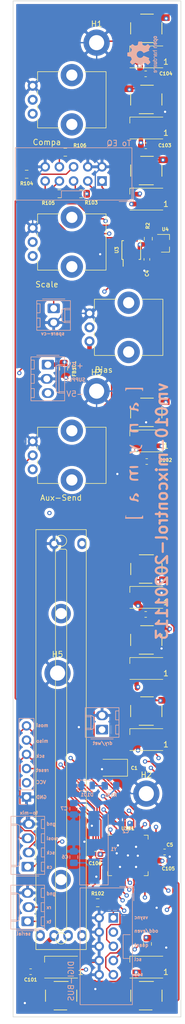
<source format=kicad_pcb>
(kicad_pcb (version 20171130) (host pcbnew "(5.1.5-0-10_14)")
  (layers (0 F.Cu signal) (1 In1.Cu power) (2 In2.Cu signal) (31 B.Cu power) (34 B.Paste user) (35 F.Paste user) (36 B.SilkS user) (37 F.SilkS user) (38 B.Mask user) (39 F.Mask user) (44 Edge.Cuts user))
  (net 0 "")
  (net 1 "Net-(D1-Pad1)")
  (net 2 GND)
  (net 3 +5V)
  (net 4 /pix)
  (net 5 "Net-(D2-Pad1)")
  (net 6 "Net-(D3-Pad1)")
  (net 7 "Net-(D4-Pad1)")
  (net 8 "Net-(D5-Pad1)")
  (net 9 /compa_cv)
  (net 10 /edge_bypass)
  (net 11 /compa_bypass)
  (net 12 /inverter_bypass)
  (net 13 /scl)
  (net 14 /sda)
  (net 15 "Net-(R1-Pad2)")
  (net 16 "Net-(R2-Pad2)")
  (net 17 /compa-level)
  (net 18 /bias-level)
  (net 19 /scale-level)
  (net 20 /mix-level)
  (net 21 /edges)
  (net 22 /compa)
  (net 23 /invert)
  (net 24 /drywet)
  (net 25 /rec|play|dub)
  (net 26 /stop|clear)
  (net 27 /mosi)
  (net 28 /miso)
  (net 29 /sck)
  (net 30 /reset)
  (net 31 /dac_select)
  (net 32 /bias_cv)
  (net 33 /scale_cv)
  (net 34 /vsync)
  (net 35 VCC)
  (net 36 "Net-(C5-Pad1)")
  (net 37 "Net-(C6-Pad2)")
  (net 38 "Net-(C7-Pad1)")
  (net 39 "Net-(D6-Pad1)")
  (net 40 "Net-(D7-Pad1)")
  (net 41 "Net-(D8-Pad1)")
  (net 42 /quantize_in)
  (net 43 /extra_cv)
  (net 44 /dac2_select)
  (net 45 /bus_a)
  (net 46 /bus_b)
  (net 47 /bus_c)
  (net 48 /aux-level)
  (net 49 /preview_bypass)
  (net 50 /tx)
  (net 51 /rx)
  (net 52 /oddeven)
  (net 53 "Net-(D101-Pad2)")
  (net 54 "Net-(R101-Pad2)")
  (net 55 "Net-(J1-Pad5)")
  (net 56 "Net-(J1-Pad6)")
  (net 57 "Net-(J1-Pad7)")
  (net 58 "Net-(J1-Pad8)")
  (net 59 "Net-(J101-Pad1)")
  (module synkie_footprints:IDC-Header_2x05_P2.54mm_Vertical (layer B.Cu) (at 112.92212 178.7589 180)
    (fp_text reference J102 hide)
    (fp_text value digitalbus)
    (pad 1 thru_hole rect (at 0 0 180) (size 1.7272 1.7272) (drill 1.016) (layers *.Cu *.Mask) (net 34 /vsync))
    (pad 2 thru_hole oval (at 2.54 0 180) (size 1.7272 1.7272) (drill 1.016) (layers *.Cu *.Mask) (net 2 GND))
    (pad 3 thru_hole oval (at 0 -2.54 180) (size 1.7272 1.7272) (drill 1.016) (layers *.Cu *.Mask) (net 52 /oddeven))
    (pad 4 thru_hole oval (at 2.54 -2.54 180) (size 1.7272 1.7272) (drill 1.016) (layers *.Cu *.Mask) (net 2 GND))
    (pad 5 thru_hole oval (at 0 -5.08 180) (size 1.7272 1.7272) (drill 1.016) (layers *.Cu *.Mask) (net 42 /quantize_in))
    (pad 6 thru_hole oval (at 2.54 -5.08 180) (size 1.7272 1.7272) (drill 1.016) (layers *.Cu *.Mask) (net 2 GND))
    (pad 7 thru_hole oval (at 0 -7.62 180) (size 1.7272 1.7272) (drill 1.016) (layers *.Cu *.Mask) (net 14 /sda))
    (pad 8 thru_hole oval (at 2.54 -7.62 180) (size 1.7272 1.7272) (drill 1.016) (layers *.Cu *.Mask) (net 2 GND))
    (pad 9 thru_hole oval (at 0 -10.16 180) (size 1.7272 1.7272) (drill 1.016) (layers *.Cu *.Mask) (net 13 /scl))
    (pad 10 thru_hole oval (at 2.54 -10.16 180) (size 1.7272 1.7272) (drill 1.016) (layers *.Cu *.Mask) (net 2 GND))
  )
  (module synkie_footprints:IDC-Header_2x05_P2.54mm_Vertical (layer B.Cu) (at 110.8952 47.17166 90)
    (fp_text reference J1 hide)
    (fp_text value to-eq)
    (pad 1 thru_hole rect (at 0 0 90) (size 1.7272 1.7272) (drill 1.016) (layers *.Cu *.Mask) (net 33 /scale_cv))
    (pad 2 thru_hole oval (at 2.54 0 90) (size 1.7272 1.7272) (drill 1.016) (layers *.Cu *.Mask) (net 2 GND))
    (pad 3 thru_hole oval (at 0 -2.54 90) (size 1.7272 1.7272) (drill 1.016) (layers *.Cu *.Mask) (net 9 /compa_cv))
    (pad 4 thru_hole oval (at 2.54 -2.54 90) (size 1.7272 1.7272) (drill 1.016) (layers *.Cu *.Mask) (net 2 GND))
    (pad 5 thru_hole oval (at 0 -5.08 90) (size 1.7272 1.7272) (drill 1.016) (layers *.Cu *.Mask) (net 55 "Net-(J1-Pad5)"))
    (pad 6 thru_hole oval (at 2.54 -5.08 90) (size 1.7272 1.7272) (drill 1.016) (layers *.Cu *.Mask) (net 56 "Net-(J1-Pad6)"))
    (pad 7 thru_hole oval (at 0 -7.62 90) (size 1.7272 1.7272) (drill 1.016) (layers *.Cu *.Mask) (net 57 "Net-(J1-Pad7)"))
    (pad 8 thru_hole oval (at 2.54 -7.62 90) (size 1.7272 1.7272) (drill 1.016) (layers *.Cu *.Mask) (net 58 "Net-(J1-Pad8)"))
    (pad 9 thru_hole oval (at 0 -10.16 90) (size 1.7272 1.7272) (drill 1.016) (layers *.Cu *.Mask) (net 32 /bias_cv))
    (pad 10 thru_hole oval (at 2.54 -10.16 90) (size 1.7272 1.7272) (drill 1.016) (layers *.Cu *.Mask) (net 2 GND))
  )
  (module MountingHole:MountingHole_2.7mm_M2.5_DIN965_Pad (layer F.Cu) (at 102.945 135.0455)
    (fp_text reference H5 (at 0 -3.35) (layer F.SilkS))
    (fp_text value MountingHole_Pad)
    (pad 1 thru_hole circle (at 0 0) (size 4.7 4.7) (drill 2.7) (layers *.Cu *.Mask) (net 2 GND))
  )
  (module MountingHole:MountingHole_2.7mm_M2.5_DIN965_Pad (layer F.Cu) (at 109.93 84.69)
    (fp_text reference H3 (at 0 -3.35) (layer F.SilkS))
    (fp_text value MountingHole_Pad)
    (pad 1 thru_hole circle (at 0 0) (size 4.7 4.7) (drill 2.7) (layers *.Cu *.Mask) (net 2 GND))
  )
  (module MountingHole:MountingHole_2.7mm_M2.5_DIN965_Pad (layer F.Cu) (at 118.82 156.572)
    (fp_text reference H2 (at 0 -3.35) (layer F.SilkS))
    (fp_text value MountingHole_Pad)
    (pad 1 thru_hole circle (at 0 0) (size 4.7 4.7) (drill 2.7) (layers *.Cu *.Mask) (net 2 GND))
  )
  (module MountingHole:MountingHole_2.7mm_M2.5_DIN965_Pad (layer F.Cu) (at 109.93 22.46)
    (fp_text reference H1 (at 0 -3.35) (layer F.SilkS))
    (fp_text value MountingHole_Pad)
    (pad 1 thru_hole circle (at 0 0) (size 4.7 4.7) (drill 2.7) (layers *.Cu *.Mask) (net 2 GND))
  )
  (module synkie_footprints:R_0805_2012Metric_Pad1.15x1.40mm_HandSolder (layer F.Cu) (at 104.333 42.018)
    (fp_text reference R106 (at 2.6125 -1.2065) (layer F.SilkS) (effects (font (size 0.6 0.6))))
    (fp_text value 220)
    (pad 2 smd roundrect (at 1.025 0) (size 1.15 1.4) (layers F.Cu F.Paste F.Mask) (roundrect_rratio 0.217391) (net 49 /preview_bypass))
    (pad 1 smd roundrect (at -1.025 0) (size 1.15 1.4) (layers F.Cu F.Paste F.Mask) (roundrect_rratio 0.217391) (net 58 "Net-(J1-Pad8)"))
  )
  (module synkie_footprints:R_0805_2012Metric_Pad1.15x1.40mm_HandSolder (layer F.Cu) (at 103.2625 49.4475)
    (fp_text reference R105 (at -1.9685 1.651) (layer F.SilkS) (effects (font (size 0.6 0.6))))
    (fp_text value 220)
    (pad 2 smd roundrect (at 1.025 0) (size 1.15 1.4) (layers F.Cu F.Paste F.Mask) (roundrect_rratio 0.217391) (net 12 /inverter_bypass))
    (pad 1 smd roundrect (at -1.025 0) (size 1.15 1.4) (layers F.Cu F.Paste F.Mask) (roundrect_rratio 0.217391) (net 57 "Net-(J1-Pad7)"))
  )
  (module synkie_footprints:R_0805_2012Metric_Pad1.15x1.40mm_HandSolder (layer F.Cu) (at 97.4295 45.955 180)
    (fp_text reference R104 (at 0 -1.65) (layer F.SilkS) (effects (font (size 0.6 0.6))))
    (fp_text value 220)
    (pad 2 smd roundrect (at 1.025 0 180) (size 1.15 1.4) (layers F.Cu F.Paste F.Mask) (roundrect_rratio 0.217391) (net 11 /compa_bypass))
    (pad 1 smd roundrect (at -1.025 0 180) (size 1.15 1.4) (layers F.Cu F.Paste F.Mask) (roundrect_rratio 0.217391) (net 56 "Net-(J1-Pad6)"))
  )
  (module synkie_footprints:R_0805_2012Metric_Pad1.15x1.40mm_HandSolder (layer F.Cu) (at 107.145 49.4475)
    (fp_text reference R103 (at 1.8325 1.5875) (layer F.SilkS) (effects (font (size 0.6 0.6))))
    (fp_text value 220)
    (pad 2 smd roundrect (at 1.025 0) (size 1.15 1.4) (layers F.Cu F.Paste F.Mask) (roundrect_rratio 0.217391) (net 10 /edge_bypass))
    (pad 1 smd roundrect (at -1.025 0) (size 1.15 1.4) (layers F.Cu F.Paste F.Mask) (roundrect_rratio 0.217391) (net 55 "Net-(J1-Pad5)"))
  )
  (module synkie_footprints:R_0805_2012Metric_Pad1.15x1.40mm_HandSolder (layer F.Cu) (at 110.1295 176.0665)
    (fp_text reference R102 (at 0 -1.65) (layer F.SilkS) (effects (font (size 0.6 0.6))))
    (fp_text value 220)
    (pad 2 smd roundrect (at 1.025 0) (size 1.15 1.4) (layers F.Cu F.Paste F.Mask) (roundrect_rratio 0.217391) (net 50 /tx))
    (pad 1 smd roundrect (at -1.025 0) (size 1.15 1.4) (layers F.Cu F.Paste F.Mask) (roundrect_rratio 0.217391) (net 59 "Net-(J101-Pad1)"))
  )
  (module Symbol:OSHW-Logo2_7.3x6mm_SilkScreen (layer B.Cu) (at 118.185 24.5555 270)
    (fp_text reference U103 hide)
    (fp_text value LOGO hide)
  )
  (module anyma_footprints:logo_anyma (layer B.Cu) (at 116.7245 95.866 270)
    (fp_text reference U102 hide)
    (fp_text value LOGO hide)
  )
  (module synkie_footprints:R_0805_2012Metric_Pad1.15x1.40mm_HandSolder (layer B.Cu) (at 112.4065 155.175)
    (fp_text reference R101 (at 0 1.65) (layer B.SilkS) (effects (font (size 0.6 0.6)) (justify mirror)))
    (fp_text value 560)
    (pad 2 smd roundrect (at 1.025 0) (size 1.15 1.4) (layers B.Cu B.Paste B.Mask) (roundrect_rratio 0.217391) (net 54 "Net-(R101-Pad2)"))
    (pad 1 smd roundrect (at -1.025 0) (size 1.15 1.4) (layers B.Cu B.Paste B.Mask) (roundrect_rratio 0.217391) (net 53 "Net-(D101-Pad2)"))
  )
  (module LED_SMD:LED_0805_2012Metric (layer B.Cu) (at 108.2155 155.1115)
    (fp_text reference D101 (at 0 1.65) (layer B.SilkS) (effects (font (size 0.6 0.6)) (justify mirror)))
    (fp_text value LED)
    (pad 2 smd roundrect (at 0.9375 0) (size 0.975 1.4) (layers B.Cu B.Paste B.Mask) (net 53 "Net-(D101-Pad2)"))
    (pad 1 smd roundrect (at -0.9375 0) (size 0.975 1.4) (layers B.Cu B.Paste B.Mask) (net 2 GND))
  )
  (module synkie_footprints:R_0603_1608Metric_Pad1.05x0.95mm_HandSolder (layer F.Cu) (at 109.7268 167.3924 180)
    (fp_text reference C106 (at 0.0508 -1.6256) (layer F.SilkS) (effects (font (size 0.6 0.6))))
    (fp_text value 100n)
    (pad 2 smd roundrect (at 0.875 0 180) (size 1.05 0.95) (layers F.Cu F.Paste F.Mask) (net 2 GND))
    (pad 1 smd roundrect (at -0.875 0 180) (size 1.05 0.95) (layers F.Cu F.Paste F.Mask) (net 35 VCC))
  )
  (module synkie_footprints:R_0603_1608Metric_Pad1.05x0.95mm_HandSolder (layer F.Cu) (at 122.0852 168.5862)
    (fp_text reference C105 (at 0.6718 1.3843) (layer F.SilkS) (effects (font (size 0.6 0.6))))
    (fp_text value 100n)
    (pad 2 smd roundrect (at 0.875 0) (size 1.05 0.95) (layers F.Cu F.Paste F.Mask) (net 2 GND))
    (pad 1 smd roundrect (at -0.875 0) (size 1.05 0.95) (layers F.Cu F.Paste F.Mask) (net 35 VCC))
  )
  (module synkie_footprints:R_0603_1608Metric_Pad1.05x0.95mm_HandSolder (layer F.Cu) (at 118.69938 28.02768)
    (fp_text reference C104 (at 3.61312 -0.04318) (layer F.SilkS) (effects (font (size 0.6 0.6))))
    (fp_text value 100n)
    (pad 2 smd roundrect (at 0.875 0) (size 1.05 0.95) (layers F.Cu F.Paste F.Mask) (net 2 GND))
    (pad 1 smd roundrect (at -0.875 0) (size 1.05 0.95) (layers F.Cu F.Paste F.Mask) (net 35 VCC))
  )
  (module synkie_footprints:R_0603_1608Metric_Pad1.05x0.95mm_HandSolder (layer F.Cu) (at 118.72224 40.88008)
    (fp_text reference C103 (at 3.39976 -0.06858) (layer F.SilkS) (effects (font (size 0.6 0.6))))
    (fp_text value 100n)
    (pad 2 smd roundrect (at 0.875 0) (size 1.05 0.95) (layers F.Cu F.Paste F.Mask) (net 2 GND))
    (pad 1 smd roundrect (at -0.875 0) (size 1.05 0.95) (layers F.Cu F.Paste F.Mask) (net 35 VCC))
  )
  (module synkie_footprints:R_0603_1608Metric_Pad1.05x0.95mm_HandSolder (layer F.Cu) (at 118.89112 97.26046)
    (fp_text reference C102 (at 3.35788 -0.25146) (layer F.SilkS) (effects (font (size 0.6 0.6))))
    (fp_text value 100n)
    (pad 2 smd roundrect (at 0.875 0) (size 1.05 0.95) (layers F.Cu F.Paste F.Mask) (net 2 GND))
    (pad 1 smd roundrect (at -0.875 0) (size 1.05 0.95) (layers F.Cu F.Paste F.Mask) (net 35 VCC))
  )
  (module synkie_footprints:R_0603_1608Metric_Pad1.05x0.95mm_HandSolder (layer F.Cu) (at 98.133 188.3728 180)
    (fp_text reference C101 (at 0 -1.43) (layer F.SilkS) (effects (font (size 0.6 0.6))))
    (fp_text value 100n)
    (pad 2 smd roundrect (at 0.875 0 180) (size 1.05 0.95) (layers F.Cu F.Paste F.Mask) (net 2 GND))
    (pad 1 smd roundrect (at -0.875 0 180) (size 1.05 0.95) (layers F.Cu F.Paste F.Mask) (net 35 VCC))
  )
  (module synkie_footprints:L_0805_2012Metric_Pad1.15x1.40mm_HandSolder (layer F.Cu) (at 104.04482 80.6985 90)
    (fp_text reference FB101 (at 0.009 1.88468 90) (layer F.SilkS) (effects (font (size 0.6 0.6))))
    (fp_text value Ferrite_Bead)
    (pad 1 smd roundrect (at -1.025 0 90) (size 1.15 1.4) (layers F.Cu F.Paste F.Mask) (roundrect_rratio 0.217391) (net 35 VCC))
    (pad 2 smd roundrect (at 1.025 0 90) (size 1.15 1.4) (layers F.Cu F.Paste F.Mask) (roundrect_rratio 0.217391) (net 3 +5V))
  )
  (module Package_DFN_QFN:QFN-44-1EP_7x7mm_P0.5mm_EP5.2x5.2mm (layer F.Cu) (at 115.52562 167.61084)
    (fp_text reference U101 (at 0 -4.82) (layer F.SilkS) (effects (font (size 0.6 0.6))))
    (fp_text value ATmega1284P-MU)
    (pad 44 smd roundrect (at -2.5 -3.3375) (size 0.25 1.075) (layers F.Cu F.Paste F.Mask) (net 15 "Net-(R1-Pad2)"))
    (pad 43 smd roundrect (at -2 -3.3375) (size 0.25 1.075) (layers F.Cu F.Paste F.Mask) (net 10 /edge_bypass))
    (pad 42 smd roundrect (at -1.5 -3.3375) (size 0.25 1.075) (layers F.Cu F.Paste F.Mask) (net 49 /preview_bypass))
    (pad 41 smd roundrect (at -1 -3.3375) (size 0.25 1.075) (layers F.Cu F.Paste F.Mask) (net 11 /compa_bypass))
    (pad 40 smd roundrect (at -0.5 -3.3375) (size 0.25 1.075) (layers F.Cu F.Paste F.Mask) (net 54 "Net-(R101-Pad2)"))
    (pad 39 smd roundrect (at 0 -3.3375) (size 0.25 1.075) (layers F.Cu F.Paste F.Mask) (net 2 GND))
    (pad 38 smd roundrect (at 0.5 -3.3375) (size 0.25 1.075) (layers F.Cu F.Paste F.Mask) (net 35 VCC))
    (pad 37 smd roundrect (at 1 -3.3375) (size 0.25 1.075) (layers F.Cu F.Paste F.Mask) (net 19 /scale-level))
    (pad 36 smd roundrect (at 1.5 -3.3375) (size 0.25 1.075) (layers F.Cu F.Paste F.Mask) (net 20 /mix-level))
    (pad 35 smd roundrect (at 2 -3.3375) (size 0.25 1.075) (layers F.Cu F.Paste F.Mask) (net 48 /aux-level))
    (pad 34 smd roundrect (at 2.5 -3.3375) (size 0.25 1.075) (layers F.Cu F.Paste F.Mask) (net 12 /inverter_bypass))
    (pad 33 smd roundrect (at 3.3375 -2.5) (size 1.075 0.25) (layers F.Cu F.Paste F.Mask) (net 31 /dac_select))
    (pad 32 smd roundrect (at 3.3375 -2) (size 1.075 0.25) (layers F.Cu F.Paste F.Mask) (net 44 /dac2_select))
    (pad 31 smd roundrect (at 3.3375 -1.5) (size 1.075 0.25) (layers F.Cu F.Paste F.Mask) (net 17 /compa-level))
    (pad 30 smd roundrect (at 3.3375 -1) (size 1.075 0.25) (layers F.Cu F.Paste F.Mask) (net 18 /bias-level))
    (pad 29 smd roundrect (at 3.3375 -0.5) (size 1.075 0.25) (layers F.Cu F.Paste F.Mask) (net 36 "Net-(C5-Pad1)"))
    (pad 28 smd roundrect (at 3.3375 0) (size 1.075 0.25) (layers F.Cu F.Paste F.Mask) (net 2 GND))
    (pad 27 smd roundrect (at 3.3375 0.5) (size 1.075 0.25) (layers F.Cu F.Paste F.Mask) (net 35 VCC))
    (pad 26 smd roundrect (at 3.3375 1) (size 1.075 0.25) (layers F.Cu F.Paste F.Mask) (net 26 /stop|clear))
    (pad 25 smd roundrect (at 3.3375 1.5) (size 1.075 0.25) (layers F.Cu F.Paste F.Mask) (net 25 /rec|play|dub))
    (pad 24 smd roundrect (at 3.3375 2) (size 1.075 0.25) (layers F.Cu F.Paste F.Mask) (net 24 /drywet))
    (pad 23 smd roundrect (at 3.3375 2.5) (size 1.075 0.25) (layers F.Cu F.Paste F.Mask) (net 23 /invert))
    (pad 22 smd roundrect (at 2.5 3.3375) (size 0.25 1.075) (layers F.Cu F.Paste F.Mask) (net 22 /compa))
    (pad 21 smd roundrect (at 2 3.3375) (size 0.25 1.075) (layers F.Cu F.Paste F.Mask) (net 52 /oddeven))
    (pad 20 smd roundrect (at 1.5 3.3375) (size 0.25 1.075) (layers F.Cu F.Paste F.Mask) (net 14 /sda))
    (pad 19 smd roundrect (at 1 3.3375) (size 0.25 1.075) (layers F.Cu F.Paste F.Mask) (net 13 /scl))
    (pad 18 smd roundrect (at 0.5 3.3375) (size 0.25 1.075) (layers F.Cu F.Paste F.Mask) (net 2 GND))
    (pad 17 smd roundrect (at 0 3.3375) (size 0.25 1.075) (layers F.Cu F.Paste F.Mask) (net 35 VCC))
    (pad 16 smd roundrect (at -0.5 3.3375) (size 0.25 1.075) (layers F.Cu F.Paste F.Mask) (net 45 /bus_a))
    (pad 15 smd roundrect (at -1 3.3375) (size 0.25 1.075) (layers F.Cu F.Paste F.Mask) (net 46 /bus_b))
    (pad 14 smd roundrect (at -1.5 3.3375) (size 0.25 1.075) (layers F.Cu F.Paste F.Mask) (net 47 /bus_c))
    (pad 13 smd roundrect (at -2 3.3375) (size 0.25 1.075) (layers F.Cu F.Paste F.Mask) (net 21 /edges))
    (pad 12 smd roundrect (at -2.5 3.3375) (size 0.25 1.075) (layers F.Cu F.Paste F.Mask) (net 42 /quantize_in))
    (pad 11 smd roundrect (at -3.3375 2.5) (size 1.075 0.25) (layers F.Cu F.Paste F.Mask) (net 34 /vsync))
    (pad 10 smd roundrect (at -3.3375 2) (size 1.075 0.25) (layers F.Cu F.Paste F.Mask) (net 50 /tx))
    (pad 9 smd roundrect (at -3.3375 1.5) (size 1.075 0.25) (layers F.Cu F.Paste F.Mask) (net 51 /rx))
    (pad 8 smd roundrect (at -3.3375 1) (size 1.075 0.25) (layers F.Cu F.Paste F.Mask) (net 37 "Net-(C6-Pad2)"))
    (pad 7 smd roundrect (at -3.3375 0.5) (size 1.075 0.25) (layers F.Cu F.Paste F.Mask) (net 38 "Net-(C7-Pad1)"))
    (pad 6 smd roundrect (at -3.3375 0) (size 1.075 0.25) (layers F.Cu F.Paste F.Mask) (net 2 GND))
    (pad 5 smd roundrect (at -3.3375 -0.5) (size 1.075 0.25) (layers F.Cu F.Paste F.Mask) (net 35 VCC))
    (pad 4 smd roundrect (at -3.3375 -1) (size 1.075 0.25) (layers F.Cu F.Paste F.Mask) (net 30 /reset))
    (pad 3 smd roundrect (at -3.3375 -1.5) (size 1.075 0.25) (layers F.Cu F.Paste F.Mask) (net 29 /sck))
    (pad 2 smd roundrect (at -3.3375 -2) (size 1.075 0.25) (layers F.Cu F.Paste F.Mask) (net 28 /miso))
    (pad 1 smd roundrect (at -3.3375 -2.5) (size 1.075 0.25) (layers F.Cu F.Paste F.Mask) (net 27 /mosi))
    (pad 45 smd roundrect (at 0 0) (size 5.2 5.2) (layers F.Cu F.Mask) (roundrect_rratio 0.048077) (net 2 GND))
  )
  (module synkie_footprints:Molex_KK-254_AE-6410-03A_1x03_P2.54mm_Vertical (layer B.Cu) (at 97.5888 179.3812 90)
    (fp_text reference J101 hide)
    (fp_text value Serial)
    (pad 3 thru_hole oval (at 5.08 0 90) (size 1.74 2.2) (drill 1.2) (layers *.Cu *.Mask) (net 2 GND))
    (pad 2 thru_hole oval (at 2.54 0.2 90) (size 1.74 2.2) (drill 1.2) (layers *.Cu *.Mask) (net 51 /rx))
    (pad 1 thru_hole roundrect (at 0 0 90) (size 1.74 2.2) (drill 1.2) (layers *.Cu *.Mask) (roundrect_rratio 0.143678) (net 59 "Net-(J101-Pad1)"))
  )
  (module synkie_footprints:PinHeader_1x06_P2.54mm_Vertical (layer B.Cu) (at 97.39764 157.17398)
    (fp_text reference U1 hide)
    (fp_text value AnymaISP)
    (pad 6 thru_hole oval (at 0 -12.7) (size 1.7 1.7) (drill 1) (layers *.Cu *.Mask) (net 27 /mosi))
    (pad 5 thru_hole oval (at 0 -10.16) (size 1.7 1.7) (drill 1) (layers *.Cu *.Mask) (net 28 /miso))
    (pad 4 thru_hole oval (at 0 -7.62) (size 1.7 1.7) (drill 1) (layers *.Cu *.Mask) (net 29 /sck))
    (pad 3 thru_hole oval (at 0 -5.08) (size 1.7 1.7) (drill 1) (layers *.Cu *.Mask) (net 30 /reset))
    (pad 2 thru_hole oval (at 0 -2.54) (size 1.7 1.7) (drill 1) (layers *.Cu *.Mask) (net 35 VCC))
    (pad 1 thru_hole rect (at 0 0) (size 1.7 1.7) (drill 1) (layers *.Cu *.Mask) (net 2 GND))
  )
  (module synkie_footprints:Molex_KK-254_AE-6410-04A_1x04_P2.54mm_Vertical (layer B.Cu) (at 97.61166 169.61998 90)
    (fp_text reference J6 hide)
    (fp_text value Conn_01x04)
    (pad 1 thru_hole roundrect (at 0 0 90) (size 1.74 2.2) (drill 1.2) (layers *.Cu *.Mask) (roundrect_rratio 0.143678) (net 44 /dac2_select))
    (pad 2 thru_hole oval (at 2.54 0.2 90) (size 1.74 2.2) (drill 1.2) (layers *.Cu *.Mask) (net 29 /sck))
    (pad 3 thru_hole oval (at 5.08 0 90) (size 1.74 2.2) (drill 1.2) (layers *.Cu *.Mask) (net 27 /mosi))
    (pad 4 thru_hole oval (at 7.62 0.2 90) (size 1.74 2.2) (drill 1.2) (layers *.Cu *.Mask) (net 2 GND))
  )
  (module synkie_footprints:Molex_KK-254_AE-6410-02A_1x02_P2.54mm_Vertical (layer B.Cu) (at 110.90028 145.13946 90)
    (fp_text reference J4 hide)
    (fp_text value Conn_01x02)
    (pad 2 thru_hole oval (at 2.54 0 90) (size 1.74 2.2) (drill 1.2) (layers *.Cu *.Mask) (net 2 GND))
    (pad 1 thru_hole roundrect (at 0 0 90) (size 1.74 2.2) (drill 1.2) (layers *.Cu *.Mask) (roundrect_rratio 0.143678) (net 49 /preview_bypass))
  )
  (module synkie_footprints:Potentiometer_Alps_RK09K_Single_Vertical (layer F.Cu) (at 98.5 98.66)
    (fp_text reference RV5 hide)
    (fp_text value R_POT)
    (pad "" np_thru_hole circle (at 7 1.9) (size 4 4) (drill 2) (layers *.Cu *.Mask))
    (pad "" np_thru_hole circle (at 7 -6.9) (size 4 4) (drill 2) (layers *.Cu *.Mask))
    (pad 1 thru_hole circle (at 0 0) (size 1.8 1.8) (drill 1) (layers *.Cu *.Mask) (net 35 VCC))
    (pad 2 thru_hole circle (at 0 -2.5) (size 1.8 1.8) (drill 1) (layers *.Cu *.Mask) (net 48 /aux-level))
    (pad 3 thru_hole circle (at 0 -5) (size 1.8 1.8) (drill 1) (layers *.Cu *.Mask) (net 2 GND))
  )
  (module Crystal:Crystal_SMD_HC49-SD (layer B.Cu) (at 109.4474 166.1732 90)
    (fp_text reference Y1 (at -0.3048 3.5306 180) (layer B.SilkS) (effects (font (size 0.6 0.6)) (justify mirror)))
    (fp_text value Crystal)
    (pad 2 smd rect (at 4.25 0 90) (size 4.5 2) (layers B.Cu B.Paste B.Mask) (net 38 "Net-(C7-Pad1)"))
    (pad 1 smd rect (at -4.25 0 90) (size 4.5 2) (layers B.Cu B.Paste B.Mask) (net 37 "Net-(C6-Pad2)"))
  )
  (module synkie_footprints:SOT-23 (layer F.Cu) (at 122.20506 58.2892)
    (fp_text reference U4 (at 0 -2.5) (layer F.SilkS) (effects (font (size 0.6 0.6))))
    (fp_text value ADR510)
    (pad 3 smd rect (at 1 0) (size 0.9 0.8) (layers F.Cu F.Paste F.Mask))
    (pad 2 smd rect (at -1 0.95) (size 0.9 0.8) (layers F.Cu F.Paste F.Mask) (net 2 GND))
    (pad 1 smd rect (at -1 -0.95) (size 0.9 0.8) (layers F.Cu F.Paste F.Mask) (net 16 "Net-(R2-Pad2)"))
  )
  (module Package_SO:MSOP-10_3x3mm_P0.5mm (layer F.Cu) (at 116.12506 59.4932 90)
    (fp_text reference U3 (at 0 -2.6 90) (layer F.SilkS) (effects (font (size 0.6 0.6))))
    (fp_text value MAX5741)
    (pad 10 smd rect (at 2.2 -1 90) (size 1.4 0.3) (layers F.Cu F.Paste F.Mask) (net 43 /extra_cv))
    (pad 9 smd rect (at 2.2 -0.5 90) (size 1.4 0.3) (layers F.Cu F.Paste F.Mask) (net 32 /bias_cv))
    (pad 8 smd rect (at 2.2 0 90) (size 1.4 0.3) (layers F.Cu F.Paste F.Mask) (net 9 /compa_cv))
    (pad 7 smd rect (at 2.2 0.5 90) (size 1.4 0.3) (layers F.Cu F.Paste F.Mask) (net 33 /scale_cv))
    (pad 6 smd rect (at 2.2 1 90) (size 1.4 0.3) (layers F.Cu F.Paste F.Mask) (net 16 "Net-(R2-Pad2)"))
    (pad 5 smd rect (at -2.2 1 90) (size 1.4 0.3) (layers F.Cu F.Paste F.Mask) (net 27 /mosi))
    (pad 4 smd rect (at -2.2 0.5 90) (size 1.4 0.3) (layers F.Cu F.Paste F.Mask) (net 2 GND))
    (pad 3 smd rect (at -2.2 0 90) (size 1.4 0.3) (layers F.Cu F.Paste F.Mask) (net 3 +5V))
    (pad 2 smd rect (at -2.2 -0.5 90) (size 1.4 0.3) (layers F.Cu F.Paste F.Mask) (net 29 /sck))
    (pad 1 smd rect (at -2.2 -1 90) (size 1.4 0.3) (layers F.Cu F.Paste F.Mask) (net 31 /dac_select))
  )
  (module synkie_footprints:Alps_Tactile_Switch (layer F.Cu) (at 118.82 141.84 180)
    (fp_text reference SW9 hide)
    (fp_text value SW_Push)
    (pad 2 smd rect (at 3.305 1.94 180) (size 2 1.2) (layers F.Cu F.Paste F.Mask) (net 47 /bus_c))
    (pad 2 smd rect (at -3.165 1.94 180) (size 2 1.2) (layers F.Cu F.Paste F.Mask) (net 47 /bus_c))
    (pad 1 smd rect (at 3.305 -1.76 180) (size 2 1.2) (layers F.Cu F.Paste F.Mask) (net 2 GND))
    (pad 1 smd rect (at -3.165 -1.76 180) (size 2 1.2) (layers F.Cu F.Paste F.Mask) (net 2 GND))
  )
  (module synkie_footprints:Alps_Tactile_Switch (layer F.Cu) (at 118.82 129.14 180)
    (fp_text reference SW8 hide)
    (fp_text value SW_Push)
    (pad 2 smd rect (at 3.305 1.94 180) (size 2 1.2) (layers F.Cu F.Paste F.Mask) (net 46 /bus_b))
    (pad 2 smd rect (at -3.165 1.94 180) (size 2 1.2) (layers F.Cu F.Paste F.Mask) (net 46 /bus_b))
    (pad 1 smd rect (at 3.305 -1.76 180) (size 2 1.2) (layers F.Cu F.Paste F.Mask) (net 2 GND))
    (pad 1 smd rect (at -3.165 -1.76 180) (size 2 1.2) (layers F.Cu F.Paste F.Mask) (net 2 GND))
  )
  (module synkie_footprints:Alps_Tactile_Switch (layer F.Cu) (at 118.82 116.44)
    (fp_text reference SW7 hide)
    (fp_text value SW_Push)
    (pad 2 smd rect (at 3.305 1.94) (size 2 1.2) (layers F.Cu F.Paste F.Mask) (net 45 /bus_a))
    (pad 2 smd rect (at -3.165 1.94) (size 2 1.2) (layers F.Cu F.Paste F.Mask) (net 45 /bus_a))
    (pad 1 smd rect (at 3.305 -1.76) (size 2 1.2) (layers F.Cu F.Paste F.Mask) (net 2 GND))
    (pad 1 smd rect (at -3.165 -1.76) (size 2 1.2) (layers F.Cu F.Paste F.Mask) (net 2 GND))
  )
  (module synkie_footprints:Alps_Tactile_Switch (layer F.Cu) (at 118.82 192.64)
    (fp_text reference SW6 hide)
    (fp_text value SW_Push)
    (pad 2 smd rect (at 3.305 1.94) (size 2 1.2) (layers F.Cu F.Paste F.Mask) (net 26 /stop|clear))
    (pad 2 smd rect (at -3.165 1.94) (size 2 1.2) (layers F.Cu F.Paste F.Mask) (net 26 /stop|clear))
    (pad 1 smd rect (at 3.305 -1.76) (size 2 1.2) (layers F.Cu F.Paste F.Mask) (net 2 GND))
    (pad 1 smd rect (at -3.165 -1.76) (size 2 1.2) (layers F.Cu F.Paste F.Mask) (net 2 GND))
  )
  (module synkie_footprints:Alps_Tactile_Switch (layer F.Cu) (at 103.58 192.64)
    (fp_text reference SW5 hide)
    (fp_text value SW_Push)
    (pad 2 smd rect (at 3.305 1.94) (size 2 1.2) (layers F.Cu F.Paste F.Mask) (net 25 /rec|play|dub))
    (pad 2 smd rect (at -3.165 1.94) (size 2 1.2) (layers F.Cu F.Paste F.Mask) (net 25 /rec|play|dub))
    (pad 1 smd rect (at 3.305 -1.76) (size 2 1.2) (layers F.Cu F.Paste F.Mask) (net 2 GND))
    (pad 1 smd rect (at -3.165 -1.76) (size 2 1.2) (layers F.Cu F.Paste F.Mask) (net 2 GND))
  )
  (module synkie_footprints:Alps_Tactile_Switch (layer F.Cu) (at 118.82 88.5 180)
    (fp_text reference SW4 hide)
    (fp_text value SW_Push)
    (pad 2 smd rect (at 3.305 1.94 180) (size 2 1.2) (layers F.Cu F.Paste F.Mask) (net 24 /drywet))
    (pad 2 smd rect (at -3.165 1.94 180) (size 2 1.2) (layers F.Cu F.Paste F.Mask) (net 24 /drywet))
    (pad 1 smd rect (at 3.305 -1.76 180) (size 2 1.2) (layers F.Cu F.Paste F.Mask) (net 2 GND))
    (pad 1 smd rect (at -3.165 -1.76 180) (size 2 1.2) (layers F.Cu F.Paste F.Mask) (net 2 GND))
  )
  (module synkie_footprints:Alps_Tactile_Switch (layer F.Cu) (at 118.82 45.32 180)
    (fp_text reference SW3 hide)
    (fp_text value SW_Push)
    (pad 2 smd rect (at 3.305 1.94 180) (size 2 1.2) (layers F.Cu F.Paste F.Mask) (net 23 /invert))
    (pad 2 smd rect (at -3.165 1.94 180) (size 2 1.2) (layers F.Cu F.Paste F.Mask) (net 23 /invert))
    (pad 1 smd rect (at 3.305 -1.76 180) (size 2 1.2) (layers F.Cu F.Paste F.Mask) (net 2 GND))
    (pad 1 smd rect (at -3.165 -1.76 180) (size 2 1.2) (layers F.Cu F.Paste F.Mask) (net 2 GND))
  )
  (module synkie_footprints:Alps_Tactile_Switch (layer F.Cu) (at 118.82 32.62 180)
    (fp_text reference SW2 hide)
    (fp_text value SW_Push)
    (pad 2 smd rect (at 3.305 1.94 180) (size 2 1.2) (layers F.Cu F.Paste F.Mask) (net 22 /compa))
    (pad 2 smd rect (at -3.165 1.94 180) (size 2 1.2) (layers F.Cu F.Paste F.Mask) (net 22 /compa))
    (pad 1 smd rect (at 3.305 -1.76 180) (size 2 1.2) (layers F.Cu F.Paste F.Mask) (net 2 GND))
    (pad 1 smd rect (at -3.165 -1.76 180) (size 2 1.2) (layers F.Cu F.Paste F.Mask) (net 2 GND))
  )
  (module synkie_footprints:Alps_Tactile_Switch (layer F.Cu) (at 118.82 19.92 180)
    (fp_text reference SW1 hide)
    (fp_text value SW_Push)
    (pad 2 smd rect (at 3.305 1.94 180) (size 2 1.2) (layers F.Cu F.Paste F.Mask) (net 21 /edges))
    (pad 2 smd rect (at -3.165 1.94 180) (size 2 1.2) (layers F.Cu F.Paste F.Mask) (net 21 /edges))
    (pad 1 smd rect (at 3.305 -1.76 180) (size 2 1.2) (layers F.Cu F.Paste F.Mask) (net 2 GND))
    (pad 1 smd rect (at -3.165 -1.76 180) (size 2 1.2) (layers F.Cu F.Paste F.Mask) (net 2 GND))
  )
  (module synkie_footprints:Potentiometer_Alps_RS6011xP_Slide (layer F.Cu) (at 103.58 146.92 90)
    (fp_text reference RV4 hide)
    (fp_text value R_POT)
    (pad 5 thru_hole circle (at 22.5 0 90) (size 3.5 3.5) (drill 2) (layers *.Cu *.Mask))
    (pad 4 thru_hole circle (at -25 0 90) (size 3.5 3.5) (drill 2) (layers *.Cu *.Mask))
    (pad 3B thru_hole oval (at 35 3.75 90) (size 2 1.7) (drill 1) (layers *.Cu *.Mask))
    (pad 3 thru_hole oval (at 35 -1.25 90) (size 2 1.7) (drill 1) (layers *.Cu *.Mask) (net 2 GND))
    (pad 1B thru_hole oval (at -35 3.75 90) (size 2 1.7) (drill 1) (layers *.Cu *.Mask))
    (pad 2B thru_hole oval (at -35 1.25 90) (size 2 1.7) (drill 1) (layers *.Cu *.Mask))
    (pad 1 thru_hole oval (at -35 -1.25 90) (size 2 1.7) (drill 1) (layers *.Cu *.Mask) (net 35 VCC))
    (pad 2 thru_hole oval (at -35 -3.75 90) (size 2 1.7) (drill 1) (layers *.Cu *.Mask) (net 20 /mix-level))
  )
  (module synkie_footprints:Potentiometer_Alps_RK09K_Single_Vertical (layer F.Cu) (at 108.66 75.8)
    (fp_text reference RV3 hide)
    (fp_text value R_POT)
    (pad "" np_thru_hole circle (at 7 1.9) (size 4 4) (drill 2) (layers *.Cu *.Mask))
    (pad "" np_thru_hole circle (at 7 -6.9) (size 4 4) (drill 2) (layers *.Cu *.Mask))
    (pad 1 thru_hole circle (at 0 0) (size 1.8 1.8) (drill 1) (layers *.Cu *.Mask) (net 35 VCC))
    (pad 2 thru_hole circle (at 0 -2.5) (size 1.8 1.8) (drill 1) (layers *.Cu *.Mask) (net 19 /scale-level))
    (pad 3 thru_hole circle (at 0 -5) (size 1.8 1.8) (drill 1) (layers *.Cu *.Mask) (net 2 GND))
  )
  (module synkie_footprints:Potentiometer_Alps_RK09K_Single_Vertical (layer F.Cu) (at 98.5 60.56)
    (fp_text reference RV2 hide)
    (fp_text value R_POT)
    (pad "" np_thru_hole circle (at 7 1.9) (size 4 4) (drill 2) (layers *.Cu *.Mask))
    (pad "" np_thru_hole circle (at 7 -6.9) (size 4 4) (drill 2) (layers *.Cu *.Mask))
    (pad 1 thru_hole circle (at 0 0) (size 1.8 1.8) (drill 1) (layers *.Cu *.Mask) (net 35 VCC))
    (pad 2 thru_hole circle (at 0 -2.5) (size 1.8 1.8) (drill 1) (layers *.Cu *.Mask) (net 18 /bias-level))
    (pad 3 thru_hole circle (at 0 -5) (size 1.8 1.8) (drill 1) (layers *.Cu *.Mask) (net 2 GND))
  )
  (module synkie_footprints:Potentiometer_Alps_RK09K_Single_Vertical (layer F.Cu) (at 98.5 35.16)
    (fp_text reference RV1 hide)
    (fp_text value R_POT)
    (pad "" np_thru_hole circle (at 7 1.9) (size 4 4) (drill 2) (layers *.Cu *.Mask))
    (pad "" np_thru_hole circle (at 7 -6.9) (size 4 4) (drill 2) (layers *.Cu *.Mask))
    (pad 1 thru_hole circle (at 0 0) (size 1.8 1.8) (drill 1) (layers *.Cu *.Mask) (net 35 VCC))
    (pad 2 thru_hole circle (at 0 -2.5) (size 1.8 1.8) (drill 1) (layers *.Cu *.Mask) (net 17 /compa-level))
    (pad 3 thru_hole circle (at 0 -5) (size 1.8 1.8) (drill 1) (layers *.Cu *.Mask) (net 2 GND))
  )
  (module synkie_footprints:R_0805_2012Metric_Pad1.15x1.40mm_HandSolder (layer F.Cu) (at 119.17306 57.4702 90)
    (fp_text reference R2 (at 2.3077 -0.09906 90) (layer F.SilkS) (effects (font (size 0.6 0.6))))
    (fp_text value 560)
    (pad 2 smd roundrect (at 1.025 0 90) (size 1.15 1.4) (layers F.Cu F.Paste F.Mask) (roundrect_rratio 0.217391) (net 16 "Net-(R2-Pad2)"))
    (pad 1 smd roundrect (at -1.025 0 90) (size 1.15 1.4) (layers F.Cu F.Paste F.Mask) (roundrect_rratio 0.217391) (net 3 +5V))
  )
  (module synkie_footprints:R_0805_2012Metric_Pad1.15x1.40mm_HandSolder (layer F.Cu) (at 119.0232 183.4108 90)
    (fp_text reference R1 hide)
    (fp_text value 220)
    (pad 2 smd roundrect (at 1.025 0 90) (size 1.15 1.4) (layers F.Cu F.Paste F.Mask) (roundrect_rratio 0.217391) (net 15 "Net-(R1-Pad2)"))
    (pad 1 smd roundrect (at -1.025 0 90) (size 1.15 1.4) (layers F.Cu F.Paste F.Mask) (roundrect_rratio 0.217391) (net 4 /pix))
  )
  (module synkie_footprints:Molex_KK-254_AE-6410-02A_1x02_P2.54mm_Vertical (layer B.Cu) (at 102.2592 69.9072 270)
    (fp_text reference J5 hide)
    (fp_text value Conn_01x02)
    (pad 2 thru_hole oval (at 2.54 0 270) (size 1.74 2.2) (drill 1.2) (layers *.Cu *.Mask) (net 2 GND))
    (pad 1 thru_hole roundrect (at 0 0 270) (size 1.74 2.2) (drill 1.2) (layers *.Cu *.Mask) (roundrect_rratio 0.143678) (net 43 /extra_cv))
  )
  (module synkie_footprints:Molex_KK-254_AE-6410-03A_1x03_P2.54mm_Vertical (layer B.Cu) (at 101.22288 79.95798 270)
    (fp_text reference J3 hide)
    (fp_text value Supply)
    (pad 3 thru_hole oval (at 5.08 0 270) (size 1.74 2.2) (drill 1.2) (layers *.Cu *.Mask))
    (pad 2 thru_hole oval (at 2.54 0.2 270) (size 1.74 2.2) (drill 1.2) (layers *.Cu *.Mask) (net 2 GND))
    (pad 1 thru_hole roundrect (at 0 0 270) (size 1.74 2.2) (drill 1.2) (layers *.Cu *.Mask) (roundrect_rratio 0.143678) (net 3 +5V))
  )
  (module LED_SMD:LED_SK6812MINI_PLCC4_3.5x3.5mm_P1.75mm (layer F.Cu) (at 118.82 25 180)
    (fp_text reference D9 hide)
    (fp_text value SK6812MINI)
    (fp_text user 1 (at -3.5 -0.875) (layer F.SilkS))
    (pad 1 smd rect (at -1.75 -0.875 180) (size 1.6 0.85) (layers F.Cu F.Paste F.Mask))
    (pad 2 smd rect (at -1.75 0.875 180) (size 1.6 0.85) (layers F.Cu F.Paste F.Mask) (net 2 GND))
    (pad 4 smd rect (at 1.75 -0.875 180) (size 1.6 0.85) (layers F.Cu F.Paste F.Mask) (net 35 VCC))
    (pad 3 smd rect (at 1.75 0.875 180) (size 1.6 0.85) (layers F.Cu F.Paste F.Mask) (net 41 "Net-(D8-Pad1)"))
  )
  (module LED_SMD:LED_SK6812MINI_PLCC4_3.5x3.5mm_P1.75mm (layer F.Cu) (at 118.82 37.7 180)
    (fp_text reference D8 hide)
    (fp_text value SK6812MINI)
    (fp_text user 1 (at -3.5 -0.875) (layer F.SilkS))
    (pad 1 smd rect (at -1.75 -0.875 180) (size 1.6 0.85) (layers F.Cu F.Paste F.Mask) (net 41 "Net-(D8-Pad1)"))
    (pad 2 smd rect (at -1.75 0.875 180) (size 1.6 0.85) (layers F.Cu F.Paste F.Mask) (net 2 GND))
    (pad 4 smd rect (at 1.75 -0.875 180) (size 1.6 0.85) (layers F.Cu F.Paste F.Mask) (net 35 VCC))
    (pad 3 smd rect (at 1.75 0.875 180) (size 1.6 0.85) (layers F.Cu F.Paste F.Mask) (net 40 "Net-(D7-Pad1)"))
  )
  (module LED_SMD:LED_SK6812MINI_PLCC4_3.5x3.5mm_P1.75mm (layer F.Cu) (at 118.82 50.4 180)
    (fp_text reference D7 hide)
    (fp_text value SK6812MINI)
    (fp_text user 1 (at -3.5 -0.875) (layer F.SilkS))
    (pad 1 smd rect (at -1.75 -0.875 180) (size 1.6 0.85) (layers F.Cu F.Paste F.Mask) (net 40 "Net-(D7-Pad1)"))
    (pad 2 smd rect (at -1.75 0.875 180) (size 1.6 0.85) (layers F.Cu F.Paste F.Mask) (net 2 GND))
    (pad 4 smd rect (at 1.75 -0.875 180) (size 1.6 0.85) (layers F.Cu F.Paste F.Mask) (net 35 VCC))
    (pad 3 smd rect (at 1.75 0.875 180) (size 1.6 0.85) (layers F.Cu F.Paste F.Mask) (net 39 "Net-(D6-Pad1)"))
  )
  (module LED_SMD:LED_SK6812MINI_PLCC4_3.5x3.5mm_P1.75mm (layer F.Cu) (at 118.82 93.58 180)
    (fp_text reference D6 hide)
    (fp_text value SK6812MINI)
    (fp_text user 1 (at -3.5 -0.875) (layer F.SilkS))
    (pad 1 smd rect (at -1.75 -0.875 180) (size 1.6 0.85) (layers F.Cu F.Paste F.Mask) (net 39 "Net-(D6-Pad1)"))
    (pad 2 smd rect (at -1.75 0.875 180) (size 1.6 0.85) (layers F.Cu F.Paste F.Mask) (net 2 GND))
    (pad 4 smd rect (at 1.75 -0.875 180) (size 1.6 0.85) (layers F.Cu F.Paste F.Mask) (net 35 VCC))
    (pad 3 smd rect (at 1.75 0.875 180) (size 1.6 0.85) (layers F.Cu F.Paste F.Mask) (net 8 "Net-(D5-Pad1)"))
  )
  (module LED_SMD:LED_SK6812MINI_PLCC4_3.5x3.5mm_P1.75mm (layer F.Cu) (at 118.82 121.52 180)
    (fp_text reference D5 hide)
    (fp_text value SK6812MINI)
    (fp_text user 1 (at -3.5 -0.875) (layer F.SilkS))
    (pad 1 smd rect (at -1.75 -0.875 180) (size 1.6 0.85) (layers F.Cu F.Paste F.Mask) (net 8 "Net-(D5-Pad1)"))
    (pad 2 smd rect (at -1.75 0.875 180) (size 1.6 0.85) (layers F.Cu F.Paste F.Mask) (net 2 GND))
    (pad 4 smd rect (at 1.75 -0.875 180) (size 1.6 0.85) (layers F.Cu F.Paste F.Mask) (net 35 VCC))
    (pad 3 smd rect (at 1.75 0.875 180) (size 1.6 0.85) (layers F.Cu F.Paste F.Mask) (net 7 "Net-(D4-Pad1)"))
  )
  (module LED_SMD:LED_SK6812MINI_PLCC4_3.5x3.5mm_P1.75mm (layer F.Cu) (at 118.82 134.22 180)
    (fp_text reference D4 hide)
    (fp_text value SK6812MINI)
    (fp_text user 1 (at -3.5 -0.875) (layer F.SilkS))
    (pad 1 smd rect (at -1.75 -0.875 180) (size 1.6 0.85) (layers F.Cu F.Paste F.Mask) (net 7 "Net-(D4-Pad1)"))
    (pad 2 smd rect (at -1.75 0.875 180) (size 1.6 0.85) (layers F.Cu F.Paste F.Mask) (net 2 GND))
    (pad 4 smd rect (at 1.75 -0.875 180) (size 1.6 0.85) (layers F.Cu F.Paste F.Mask) (net 35 VCC))
    (pad 3 smd rect (at 1.75 0.875 180) (size 1.6 0.85) (layers F.Cu F.Paste F.Mask) (net 6 "Net-(D3-Pad1)"))
  )
  (module LED_SMD:LED_SK6812MINI_PLCC4_3.5x3.5mm_P1.75mm (layer F.Cu) (at 118.82 146.92 180)
    (fp_text reference D3 hide)
    (fp_text value SK6812MINI)
    (fp_text user 1 (at -3.5 -0.875) (layer F.SilkS))
    (pad 1 smd rect (at -1.75 -0.875 180) (size 1.6 0.85) (layers F.Cu F.Paste F.Mask) (net 6 "Net-(D3-Pad1)"))
    (pad 2 smd rect (at -1.75 0.875 180) (size 1.6 0.85) (layers F.Cu F.Paste F.Mask) (net 2 GND))
    (pad 4 smd rect (at 1.75 -0.875 180) (size 1.6 0.85) (layers F.Cu F.Paste F.Mask) (net 35 VCC))
    (pad 3 smd rect (at 1.75 0.875 180) (size 1.6 0.85) (layers F.Cu F.Paste F.Mask) (net 5 "Net-(D2-Pad1)"))
  )
  (module LED_SMD:LED_SK6812MINI_PLCC4_3.5x3.5mm_P1.75mm (layer F.Cu) (at 103.58 187.56 180)
    (fp_text reference D2 hide)
    (fp_text value SK6812MINI)
    (fp_text user 1 (at -3.5 -0.875) (layer F.SilkS))
    (pad 1 smd rect (at -1.75 -0.875 180) (size 1.6 0.85) (layers F.Cu F.Paste F.Mask) (net 5 "Net-(D2-Pad1)"))
    (pad 2 smd rect (at -1.75 0.875 180) (size 1.6 0.85) (layers F.Cu F.Paste F.Mask) (net 2 GND))
    (pad 4 smd rect (at 1.75 -0.875 180) (size 1.6 0.85) (layers F.Cu F.Paste F.Mask) (net 35 VCC))
    (pad 3 smd rect (at 1.75 0.875 180) (size 1.6 0.85) (layers F.Cu F.Paste F.Mask) (net 1 "Net-(D1-Pad1)"))
  )
  (module LED_SMD:LED_SK6812MINI_PLCC4_3.5x3.5mm_P1.75mm (layer F.Cu) (at 118.82 187.56 180)
    (fp_text reference D1 hide)
    (fp_text value SK6812MINI)
    (fp_text user 1 (at -3.5 -0.875) (layer F.SilkS))
    (pad 1 smd rect (at -1.75 -0.875 180) (size 1.6 0.85) (layers F.Cu F.Paste F.Mask) (net 1 "Net-(D1-Pad1)"))
    (pad 2 smd rect (at -1.75 0.875 180) (size 1.6 0.85) (layers F.Cu F.Paste F.Mask) (net 2 GND))
    (pad 4 smd rect (at 1.75 -0.875 180) (size 1.6 0.85) (layers F.Cu F.Paste F.Mask) (net 35 VCC))
    (pad 3 smd rect (at 1.75 0.875 180) (size 1.6 0.85) (layers F.Cu F.Paste F.Mask) (net 4 /pix))
  )
  (module synkie_footprints:R_0805_2012Metric_Pad1.15x1.40mm_HandSolder (layer B.Cu) (at 105.86092 159.27318 270)
    (fp_text reference C7 (at -0.03418 1.77292 180) (layer B.SilkS) (effects (font (size 0.6 0.6)) (justify mirror)))
    (fp_text value 10p)
    (pad 2 smd roundrect (at 1.025 0 270) (size 1.15 1.4) (layers B.Cu B.Paste B.Mask) (roundrect_rratio 0.217391) (net 2 GND))
    (pad 1 smd roundrect (at -1.025 0 270) (size 1.15 1.4) (layers B.Cu B.Paste B.Mask) (roundrect_rratio 0.217391) (net 38 "Net-(C7-Pad1)"))
  )
  (module synkie_footprints:R_0805_2012Metric_Pad1.15x1.40mm_HandSolder (layer B.Cu) (at 105.86092 167.90918 270)
    (fp_text reference C6 (at -0.03418 1.58242 180) (layer B.SilkS) (effects (font (size 0.6 0.6)) (justify mirror)))
    (fp_text value 10p)
    (pad 2 smd roundrect (at 1.025 0 270) (size 1.15 1.4) (layers B.Cu B.Paste B.Mask) (roundrect_rratio 0.217391) (net 37 "Net-(C6-Pad2)"))
    (pad 1 smd roundrect (at -1.025 0 270) (size 1.15 1.4) (layers B.Cu B.Paste B.Mask) (roundrect_rratio 0.217391) (net 2 GND))
  )
  (module synkie_footprints:R_0603_1608Metric_Pad1.05x0.95mm_HandSolder (layer F.Cu) (at 122.0852 166.986)
    (fp_text reference C5 (at 0.9258 -1.27) (layer F.SilkS) (effects (font (size 0.6 0.6))))
    (fp_text value 100n)
    (pad 2 smd roundrect (at 0.875 0) (size 1.05 0.95) (layers F.Cu F.Paste F.Mask) (net 2 GND))
    (pad 1 smd roundrect (at -0.875 0) (size 1.05 0.95) (layers F.Cu F.Paste F.Mask) (net 36 "Net-(C5-Pad1)"))
  )
  (module synkie_footprints:R_0603_1608Metric_Pad1.05x0.95mm_HandSolder (layer F.Cu) (at 118.91906 61.1582 270)
    (fp_text reference C4 (at 2.5133 -0.02794 90) (layer F.SilkS) (effects (font (size 0.6 0.6))))
    (fp_text value 100n)
    (pad 2 smd roundrect (at 0.875 0 270) (size 1.05 0.95) (layers F.Cu F.Paste F.Mask) (net 2 GND))
    (pad 1 smd roundrect (at -0.875 0 270) (size 1.05 0.95) (layers F.Cu F.Paste F.Mask) (net 3 +5V))
  )
  (module synkie_footprints:R_0603_1608Metric_Pad1.05x0.95mm_HandSolder (layer F.Cu) (at 118.707 124.568)
    (fp_text reference C3 hide)
    (fp_text value 100n)
    (pad 2 smd roundrect (at 0.875 0) (size 1.05 0.95) (layers F.Cu F.Paste F.Mask) (net 2 GND))
    (pad 1 smd roundrect (at -0.875 0) (size 1.05 0.95) (layers F.Cu F.Paste F.Mask) (net 35 VCC))
  )
  (module synkie_footprints:R_0603_1608Metric_Pad1.05x0.95mm_HandSolder (layer B.Cu) (at 115.0608 161.9568 180)
    (fp_text reference C2 (at -0.0762 -1.3462) (layer B.SilkS) (effects (font (size 0.6 0.6)) (justify mirror)))
    (fp_text value 100n)
    (pad 2 smd roundrect (at 0.875 0 180) (size 1.05 0.95) (layers B.Cu B.Paste B.Mask) (net 2 GND))
    (pad 1 smd roundrect (at -0.875 0 180) (size 1.05 0.95) (layers B.Cu B.Paste B.Mask) (net 35 VCC))
  )
  (module synkie_footprints:CP_EIA-3528-21_Kemet-B_Pad1.50x2.35mm_HandSolder (layer F.Cu) (at 112.8256 151.9492 180)
    (fp_text reference C1 (at -3.8354 -0.0508) (layer F.SilkS) (effects (font (size 0.6 0.6))))
    (fp_text value 10u)
    (pad 2 smd roundrect (at 1.625 0 180) (size 1.5 2.35) (layers F.Cu F.Paste F.Mask) (roundrect_rratio 0.166667) (net 2 GND))
    (pad 1 smd roundrect (at -1.625 0 180) (size 1.5 2.35) (layers F.Cu F.Paste F.Mask) (roundrect_rratio 0.166667) (net 35 VCC))
  )
  (gr_text cs (at 102.084714 169.653) (layer B.SilkS) (effects (font (size 0.6 0.6)) (justify left mirror)))
  (gr_text sck (at 102.570428 167.113) (layer B.SilkS) (effects (font (size 0.6 0.6)) (justify left mirror)))
  (gr_text mosi (at 103.199 164.573) (layer B.SilkS) (effects (font (size 0.6 0.6)) (justify left mirror)))
  (gr_text gnd (at 102.713285 161.9695) (layer B.SilkS) (effects (font (size 0.6 0.6)) (justify left mirror)))
  (gr_text gnd (at 102.713285 174.4155) (layer B.SilkS) (effects (font (size 0.6 0.6)) (justify left mirror)))
  (gr_text tx (at 101.913285 179.432) (layer B.SilkS) (effects (font (size 0.6 0.6)) (justify left mirror)))
  (gr_text rx (at 101.941857 176.892) (layer B.SilkS) (effects (font (size 0.6 0.6)) (justify left mirror)))
  (gr_text serial (at 98.246 181.591) (layer B.SilkS) (effects (font (size 0.6 0.6)) (justify left mirror)))
  (gr_text DIGI-BUS (at 105.358 190.0365 90) (layer B.SilkS) (effects (font (size 1 1)) (justify mirror)))
  (gr_text vsync (at 119.213929 178.67) (layer B.SilkS) (effects (font (size 0.6 0.6)) (justify left mirror)))
  (gr_text Aux-Send (at 103.58 103.74) (layer F.SilkS) (effects (font (size 1 1))))
  (gr_text Bias (at 111.2 80.88) (layer F.SilkS) (effects (font (size 1 1))))
  (gr_text Scale (at 101.04 65.64) (layer F.SilkS) (effects (font (size 1 1))))
  (gr_text Compa (at 101.04 40.24) (layer F.SilkS) (effects (font (size 1 1))))
  (gr_text -5V (at 106.0565 85.198) (layer B.SilkS) (effects (font (size 1 1)) (justify mirror)))
  (gr_text +5V (at 106.0565 80.118) (layer B.SilkS) (effects (font (size 1 1)) (justify mirror)))
  (gr_text "SUPPLY\n" (at 108.007691 82.658) (layer B.SilkS) (effects (font (size 0.6 0.6)) (justify left mirror)))
  (gr_text dry/wet (at 112.851 147.555) (layer B.SilkS) (effects (font (size 0.6 0.6)) (justify left mirror)))
  (gr_text to-mix (at 99.516 160.001) (layer B.SilkS) (effects (font (size 0.6 0.6)) (justify left mirror)))
  (gr_text GND (at 101.0845 157.207) (layer B.SilkS) (effects (font (size 0.6 0.6)) (justify left mirror)))
  (gr_text VCC (at 100.970215 154.54) (layer B.SilkS) (effects (font (size 0.6 0.6)) (justify left mirror)))
  (gr_text reset (at 101.4845 152.381) (layer B.SilkS) (effects (font (size 0.6 0.6)) (justify left mirror)))
  (gr_text sck (at 100.741643 149.841) (layer B.SilkS) (effects (font (size 0.6 0.6)) (justify left mirror)))
  (gr_text miso (at 101.370215 147.174) (layer B.SilkS) (effects (font (size 0.6 0.6)) (justify left mirror)))
  (gr_text mosi (at 101.370215 144.38) (layer B.SilkS) (effects (font (size 0.6 0.6)) (justify left mirror)))
  (gr_text "To EQ" (at 116.2165 40.4305) (layer B.SilkS) (effects (font (size 1 1)) (justify left mirror)))
  (gr_text spare-cv (at 104.2785 74.403) (layer B.SilkS) (effects (font (size 0.6 0.6)) (justify left mirror)))
  (gr_text vm010-mixcontrol-20201113 (at 121.614 106.153 90) (layer B.SilkS) (effects (font (size 2 2) (thickness 0.4)) (justify mirror)))
  (gr_text sda (at 118.328215 188.83) (layer B.SilkS) (effects (font (size 0.6 0.6)) (justify left mirror)))
  (gr_text scl (at 118.071072 186.163) (layer B.SilkS) (effects (font (size 0.6 0.6)) (justify left mirror)))
  (gr_text "quant\n" (at 119.271072 183.623) (layer B.SilkS) (effects (font (size 0.6 0.6)) (justify left mirror)))
  (gr_text odd/even (at 121.0425 181.083) (layer B.SilkS) (effects (font (size 0.6 0.6)) (justify left mirror)))
  (gr_line (start 125 15) (end 125 196.45) (layer Edge.Cuts) (width 0.1))
  (gr_line (start 95 15) (end 125 15) (layer Edge.Cuts) (width 0.1))
  (gr_line (start 95 196.45) (end 95 15) (layer Edge.Cuts) (width 0.1))
  (gr_line (start 125 196.45) (end 95 196.45) (layer Edge.Cuts) (width 0.1))
  (segment (start 114.415149 189.185001) (end 120.494999 189.185001) (width 0.25) (layer F.Cu) (net 1))
  (segment (start 113.492649 190.107501) (end 114.415149 189.185001) (width 0.25) (layer F.Cu) (net 1))
  (segment (start 109.811591 190.107501) (end 113.492649 190.107501) (width 0.25) (layer F.Cu) (net 1))
  (segment (start 109.659089 189.954999) (end 109.811591 190.107501) (width 0.25) (layer F.Cu) (net 1))
  (segment (start 105.039997 189.954999) (end 109.659089 189.954999) (width 0.25) (layer F.Cu) (net 1))
  (segment (start 120.494999 189.185001) (end 120.57 189.11) (width 0.25) (layer F.Cu) (net 1))
  (segment (start 102.88 187.795002) (end 105.039997 189.954999) (width 0.25) (layer F.Cu) (net 1))
  (segment (start 120.57 189.11) (end 120.57 188.435) (width 0.25) (layer F.Cu) (net 1))
  (segment (start 102.88 187.36) (end 102.88 187.795002) (width 0.25) (layer F.Cu) (net 1))
  (segment (start 102.205 186.685) (end 102.88 187.36) (width 0.25) (layer F.Cu) (net 1))
  (segment (start 101.83 186.685) (end 102.205 186.685) (width 0.25) (layer F.Cu) (net 1))
  (segment (start 99.165 190.88) (end 100.415 190.88) (width 0.25) (layer F.Cu) (net 2))
  (segment (start 97.258 188.973) (end 99.165 190.88) (width 0.25) (layer F.Cu) (net 2))
  (segment (start 97.258 188.3728) (end 97.258 188.973) (width 0.25) (layer F.Cu) (net 2))
  (segment (start 120.735 47.08) (end 121.985 47.08) (width 0.25) (layer F.Cu) (net 2))
  (segment (start 120.57 47.245) (end 120.735 47.08) (width 0.25) (layer F.Cu) (net 2))
  (segment (start 120.57 49.525) (end 120.57 47.245) (width 0.25) (layer F.Cu) (net 2))
  (segment (start 121.985 90.26) (end 115.515 90.26) (width 0.25) (layer F.Cu) (net 2))
  (segment (start 122.125 114.68) (end 115.655 114.68) (width 0.25) (layer F.Cu) (net 2))
  (segment (start 115.515 130.9) (end 121.985 130.9) (width 0.25) (layer F.Cu) (net 2))
  (segment (start 120.57 131.065) (end 120.735 130.9) (width 0.25) (layer F.Cu) (net 2))
  (segment (start 120.57 133.345) (end 120.57 131.065) (width 0.25) (layer F.Cu) (net 2))
  (segment (start 115.515 143.6) (end 121.985 143.6) (width 0.25) (layer F.Cu) (net 2))
  (segment (start 120.57 143.765) (end 120.735 143.6) (width 0.25) (layer F.Cu) (net 2))
  (segment (start 120.735 143.6) (end 121.985 143.6) (width 0.25) (layer F.Cu) (net 2))
  (segment (start 120.57 146.045) (end 120.57 143.765) (width 0.25) (layer F.Cu) (net 2))
  (segment (start 116.62506 60.7432) (end 116.90986 60.4584) (width 0.25) (layer F.Cu) (net 2))
  (segment (start 116.62506 61.6932) (end 116.62506 60.7432) (width 0.25) (layer F.Cu) (net 2))
  (segment (start 117.34426 60.4584) (end 118.91906 62.0332) (width 0.25) (layer F.Cu) (net 2))
  (segment (start 116.90986 60.4584) (end 117.34426 60.4584) (width 0.25) (layer F.Cu) (net 2))
  (segment (start 121.20506 59.8892) (end 121.20506 59.2392) (width 0.25) (layer F.Cu) (net 2))
  (segment (start 119.39406 62.0332) (end 121.20506 60.2222) (width 0.25) (layer F.Cu) (net 2))
  (segment (start 121.20506 60.2222) (end 121.20506 59.8892) (width 0.25) (layer F.Cu) (net 2))
  (segment (start 109.93 43.66646) (end 110.8952 44.63166) (width 0.25) (layer B.Cu) (net 2))
  (segment (start 109.706599 45.820261) (end 109.706599 69.753401) (width 0.25) (layer B.Cu) (net 2))
  (segment (start 109.706599 69.753401) (end 109.559999 69.900001) (width 0.25) (layer B.Cu) (net 2))
  (segment (start 109.559999 69.900001) (end 108.66 70.8) (width 0.25) (layer B.Cu) (net 2))
  (segment (start 110.8952 44.63166) (end 109.706599 45.820261) (width 0.25) (layer B.Cu) (net 2))
  (segment (start 122.1728 34.8044) (end 121.607115 34.8044) (width 0.25) (layer B.Cu) (net 2))
  (segment (start 121.607115 34.8044) (end 121.454715 34.9568) (width 0.25) (layer B.Cu) (net 2))
  (segment (start 121.985 34.6166) (end 122.1728 34.8044) (width 0.25) (layer F.Cu) (net 2))
  (segment (start 121.985 34.38) (end 121.985 34.6166) (width 0.25) (layer F.Cu) (net 2))
  (segment (start 109.93 22.46) (end 106.2 22.46) (width 0.25) (layer B.Cu) (net 2))
  (segment (start 121.454715 34.9568) (end 109.9808 34.9568) (width 0.25) (layer B.Cu) (net 2))
  (segment (start 109.9808 34.9568) (end 109.93 43.66646) (width 0.25) (layer B.Cu) (net 2))
  (segment (start 109.93 22.46) (end 109.9808 34.9568) (width 0.25) (layer B.Cu) (net 2))
  (segment (start 106.2 22.46) (end 98.5 30.16) (width 0.25) (layer B.Cu) (net 2))
  (via (at 122.1728 34.8044) (size 0.8) (drill 0.4) (layers F.Cu B.Cu) (net 2))
  (segment (start 120.57 36.825) (end 120.57 34.545) (width 0.25) (layer F.Cu) (net 2))
  (segment (start 120.735 34.38) (end 121.985 34.38) (width 0.25) (layer F.Cu) (net 2))
  (segment (start 120.57 34.545) (end 120.735 34.38) (width 0.25) (layer F.Cu) (net 2))
  (segment (start 119.444999 24.200001) (end 119.444999 27.423299) (width 0.25) (layer F.Cu) (net 2))
  (segment (start 120.57 24.125) (end 119.52 24.125) (width 0.25) (layer F.Cu) (net 2))
  (segment (start 119.444999 27.423299) (end 119.57438 27.55268) (width 0.25) (layer F.Cu) (net 2))
  (segment (start 119.57438 27.55268) (end 119.57438 28.02768) (width 0.25) (layer F.Cu) (net 2))
  (segment (start 119.52 24.125) (end 119.444999 24.200001) (width 0.25) (layer F.Cu) (net 2))
  (segment (start 114.265 21.68) (end 113.75001 22.19499) (width 0.25) (layer F.Cu) (net 2))
  (segment (start 115.515 21.68) (end 114.265 21.68) (width 0.25) (layer F.Cu) (net 2))
  (segment (start 110.19501 22.19499) (end 109.93 22.46) (width 0.25) (layer F.Cu) (net 2))
  (segment (start 113.75001 22.19499) (end 110.19501 22.19499) (width 0.25) (layer F.Cu) (net 2))
  (segment (start 121.985 21.68) (end 115.515 21.68) (width 0.25) (layer F.Cu) (net 2))
  (segment (start 120.57 24.125) (end 120.57 21.845) (width 0.25) (layer F.Cu) (net 2))
  (segment (start 120.57 21.845) (end 120.735 21.68) (width 0.25) (layer F.Cu) (net 2))
  (segment (start 120.735 21.68) (end 121.985 21.68) (width 0.25) (layer F.Cu) (net 2))
  (segment (start 115.515 34.38) (end 121.985 34.38) (width 0.25) (layer F.Cu) (net 2))
  (segment (start 119.444999 36.900001) (end 119.52 36.825) (width 0.25) (layer F.Cu) (net 2))
  (segment (start 119.52 36.825) (end 120.57 36.825) (width 0.25) (layer F.Cu) (net 2))
  (segment (start 119.444999 39.924681) (end 119.444999 36.900001) (width 0.25) (layer F.Cu) (net 2))
  (segment (start 119.59724 40.076922) (end 119.444999 39.924681) (width 0.25) (layer F.Cu) (net 2))
  (segment (start 119.59724 40.88008) (end 119.59724 40.076922) (width 0.25) (layer F.Cu) (net 2))
  (segment (start 115.515 47.08) (end 121.985 47.08) (width 0.25) (layer F.Cu) (net 2))
  (segment (start 119.444999 92.780001) (end 119.52 92.705) (width 0.25) (layer F.Cu) (net 2))
  (segment (start 119.444999 96.464339) (end 119.444999 92.780001) (width 0.25) (layer F.Cu) (net 2))
  (segment (start 119.52 92.705) (end 120.57 92.705) (width 0.25) (layer F.Cu) (net 2))
  (segment (start 119.76612 96.78546) (end 119.444999 96.464339) (width 0.25) (layer F.Cu) (net 2))
  (segment (start 119.76612 97.26046) (end 119.76612 96.78546) (width 0.25) (layer F.Cu) (net 2))
  (segment (start 120.735 90.26) (end 121.985 90.26) (width 0.25) (layer F.Cu) (net 2))
  (segment (start 120.57 90.425) (end 120.735 90.26) (width 0.25) (layer F.Cu) (net 2))
  (segment (start 120.57 92.705) (end 120.57 90.425) (width 0.25) (layer F.Cu) (net 2))
  (segment (start 102.902301 83.027401) (end 102.37288 82.49798) (width 0.25) (layer B.Cu) (net 2))
  (segment (start 108.267401 83.027401) (end 102.902301 83.027401) (width 0.25) (layer B.Cu) (net 2))
  (segment (start 102.37288 82.49798) (end 101.02288 82.49798) (width 0.25) (layer B.Cu) (net 2))
  (segment (start 109.93 84.69) (end 108.267401 83.027401) (width 0.25) (layer B.Cu) (net 2))
  (segment (start 115.515 142.75) (end 115.515 143.6) (width 0.25) (layer F.Cu) (net 2))
  (segment (start 115.36446 142.59946) (end 115.515 142.75) (width 0.25) (layer F.Cu) (net 2))
  (segment (start 110.90028 142.59946) (end 115.36446 142.59946) (width 0.25) (layer F.Cu) (net 2))
  (segment (start 110.90028 121.57588) (end 109.93 120.6056) (width 0.25) (layer B.Cu) (net 2))
  (segment (start 110.90028 142.59946) (end 110.90028 121.57588) (width 0.25) (layer B.Cu) (net 2))
  (segment (start 115.515 147.6348) (end 115.515 143.6) (width 0.25) (layer F.Cu) (net 2))
  (segment (start 111.2006 151.9492) (end 115.515 147.6348) (width 0.25) (layer F.Cu) (net 2))
  (via (at 110.8952 152.2032) (size 0.8) (drill 0.4) (layers F.Cu B.Cu) (net 2))
  (segment (start 111.1492 151.9492) (end 110.8952 152.2032) (width 0.25) (layer F.Cu) (net 2))
  (segment (start 111.2006 151.9492) (end 111.1492 151.9492) (width 0.25) (layer F.Cu) (net 2))
  (segment (start 112.32529 142.67447) (end 112.25028 142.59946) (width 0.25) (layer B.Cu) (net 2))
  (segment (start 112.32529 150.77311) (end 112.32529 142.67447) (width 0.25) (layer B.Cu) (net 2))
  (segment (start 110.8952 152.2032) (end 112.32529 150.77311) (width 0.25) (layer B.Cu) (net 2))
  (segment (start 115.52562 167.60322) (end 113.74 165.8176) (width 0.25) (layer F.Cu) (net 2))
  (via (at 113.74 165.8176) (size 0.8) (drill 0.4) (layers F.Cu B.Cu) (net 2))
  (segment (start 115.52562 167.61084) (end 115.52562 167.60322) (width 0.25) (layer F.Cu) (net 2))
  (segment (start 117.24444 167.61084) (end 117.296 167.6624) (width 0.25) (layer F.Cu) (net 2))
  (via (at 117.296 167.6624) (size 0.8) (drill 0.4) (layers F.Cu B.Cu) (net 2))
  (segment (start 115.52562 167.61084) (end 117.24444 167.61084) (width 0.25) (layer F.Cu) (net 2))
  (segment (start 114.1858 164.5522) (end 114.1858 161.9568) (width 0.25) (layer B.Cu) (net 2))
  (segment (start 117.34756 167.61084) (end 117.296 167.6624) (width 0.25) (layer F.Cu) (net 2))
  (segment (start 118.86312 167.61084) (end 117.34756 167.61084) (width 0.25) (layer F.Cu) (net 2))
  (segment (start 116.02562 168.11084) (end 115.52562 167.61084) (width 0.25) (layer F.Cu) (net 2))
  (segment (start 116.02562 170.94834) (end 116.02562 168.11084) (width 0.25) (layer F.Cu) (net 2))
  (segment (start 112.18812 167.61084) (end 115.52562 167.61084) (width 0.25) (layer F.Cu) (net 2))
  (segment (start 115.52562 164.27334) (end 115.52562 167.61084) (width 0.25) (layer F.Cu) (net 2))
  (via (at 114.1116 169.6624) (size 0.8) (drill 0.4) (layers F.Cu B.Cu) (net 2))
  (segment (start 115.52562 168.24838) (end 114.1116 169.6624) (width 0.25) (layer F.Cu) (net 2))
  (segment (start 115.52562 167.61084) (end 115.52562 168.24838) (width 0.25) (layer F.Cu) (net 2))
  (segment (start 110.38212 173.39188) (end 110.38212 178.7589) (width 0.25) (layer B.Cu) (net 2))
  (segment (start 114.1116 169.6624) (end 110.38212 173.39188) (width 0.25) (layer B.Cu) (net 2))
  (segment (start 110.38212 188.9189) (end 110.38212 178.7589) (width 0.25) (layer F.Cu) (net 2))
  (segment (start 106.885 190.88) (end 100.415 190.88) (width 0.25) (layer F.Cu) (net 2))
  (segment (start 120.875 190.88) (end 115.655 190.88) (width 0.25) (layer F.Cu) (net 2))
  (segment (start 122.125 190.88) (end 120.875 190.88) (width 0.25) (layer F.Cu) (net 2))
  (segment (start 108.8518 166.2634) (end 107.7456 165.1572) (width 0.25) (layer F.Cu) (net 2))
  (via (at 107.7456 165.1572) (size 0.8) (drill 0.4) (layers F.Cu B.Cu) (net 2))
  (segment (start 108.8518 167.0876) (end 108.8518 166.2634) (width 0.25) (layer F.Cu) (net 2))
  (segment (start 106.85406 165.1572) (end 106.58228 164.88542) (width 0.25) (layer B.Cu) (net 2))
  (segment (start 107.7456 165.1572) (end 106.85406 165.1572) (width 0.25) (layer B.Cu) (net 2))
  (segment (start 114.748 145.09718) (end 112.25028 142.59946) (width 0.25) (layer B.Cu) (net 2))
  (segment (start 112.25028 142.59946) (end 110.90028 142.59946) (width 0.25) (layer B.Cu) (net 2))
  (segment (start 117.296 167.6624) (end 114.748 165.1144) (width 0.25) (layer B.Cu) (net 2))
  (segment (start 114.748 165.1144) (end 114.1858 164.5522) (width 0.25) (layer B.Cu) (net 2))
  (segment (start 106.1708 165.1572) (end 105.9168 164.9032) (width 0.25) (layer B.Cu) (net 2))
  (segment (start 105.9168 164.9032) (end 105.86092 166.88418) (width 0.25) (layer B.Cu) (net 2))
  (segment (start 106.85406 165.1572) (end 106.1708 165.1572) (width 0.25) (layer B.Cu) (net 2))
  (segment (start 105.86092 160.29818) (end 105.9168 164.9032) (width 0.25) (layer B.Cu) (net 2))
  (segment (start 105.86092 160.29818) (end 106.56092 160.29818) (width 0.25) (layer B.Cu) (net 2))
  (segment (start 114.748 165.1144) (end 114.756 155.1496) (width 0.25) (layer B.Cu) (net 2))
  (segment (start 114.7052 155.144205) (end 114.7052 155.048) (width 0.25) (layer B.Cu) (net 2))
  (segment (start 118.82 156.572) (end 116.132995 156.572) (width 0.25) (layer B.Cu) (net 2))
  (segment (start 116.132995 156.572) (end 114.7052 155.144205) (width 0.25) (layer B.Cu) (net 2))
  (segment (start 114.7052 155.048) (end 114.748 145.09718) (width 0.25) (layer B.Cu) (net 2))
  (segment (start 114.756 155.1496) (end 114.7052 155.048) (width 0.25) (layer B.Cu) (net 2))
  (segment (start 105.86092 160.87318) (end 105.86092 160.29818) (width 0.25) (layer B.Cu) (net 2))
  (segment (start 104.73412 161.99998) (end 105.86092 160.87318) (width 0.25) (layer B.Cu) (net 2))
  (segment (start 97.81166 161.99998) (end 104.73412 161.99998) (width 0.25) (layer B.Cu) (net 2))
  (segment (start 109.93 120.6056) (end 112.00121 120.6056) (width 0.25) (layer B.Cu) (net 2))
  (segment (start 121.985 130.9) (end 120.735 130.9) (width 0.25) (layer F.Cu) (net 2))
  (segment (start 112.00121 120.6056) (end 111.962 120.7326) (width 0.25) (layer B.Cu) (net 2))
  (segment (start 122.9602 166.986) (end 122.9602 168.5862) (width 0.25) (layer F.Cu) (net 2))
  (via (at 122.99719 167.8242) (size 0.8) (drill 0.4) (layers F.Cu B.Cu) (net 2))
  (segment (start 122.9602 168.5862) (end 122.9602 167.86119) (width 0.25) (layer F.Cu) (net 2))
  (segment (start 122.9602 167.86119) (end 122.99719 167.8242) (width 0.25) (layer F.Cu) (net 2))
  (segment (start 122.83539 167.6624) (end 122.99719 167.8242) (width 0.25) (layer B.Cu) (net 2))
  (segment (start 117.296 167.6624) (end 122.83539 167.6624) (width 0.25) (layer B.Cu) (net 2))
  (segment (start 119.52 120.645) (end 120.57 120.645) (width 0.25) (layer F.Cu) (net 2))
  (segment (start 119.444999 123.955999) (end 119.444999 120.720001) (width 0.25) (layer F.Cu) (net 2))
  (segment (start 119.444999 120.720001) (end 119.52 120.645) (width 0.25) (layer F.Cu) (net 2))
  (segment (start 119.582 124.093) (end 119.444999 123.955999) (width 0.25) (layer F.Cu) (net 2))
  (segment (start 119.582 124.568) (end 119.582 124.093) (width 0.25) (layer F.Cu) (net 2))
  (segment (start 116.579611 166.471599) (end 116.97961 166.0716) (width 0.25) (layer F.Cu) (net 2))
  (segment (start 116.72561 165.8176) (end 116.97961 166.0716) (width 0.25) (layer B.Cu) (net 2))
  (via (at 116.97961 169.6624) (size 0.8) (drill 0.4) (layers F.Cu B.Cu) (net 2))
  (via (at 116.97961 166.0716) (size 0.8) (drill 0.4) (layers F.Cu B.Cu) (net 2))
  (segment (start 115.52562 167.61084) (end 115.52562 167.52559) (width 0.25) (layer F.Cu) (net 2))
  (segment (start 115.52562 167.52559) (end 116.579611 166.471599) (width 0.25) (layer F.Cu) (net 2))
  (segment (start 117.296 169.34601) (end 116.97961 169.6624) (width 0.25) (layer B.Cu) (net 2))
  (segment (start 117.296 167.6624) (end 117.296 169.34601) (width 0.25) (layer B.Cu) (net 2))
  (segment (start 113.74 165.8176) (end 116.72561 165.8176) (width 0.25) (layer B.Cu) (net 2))
  (segment (start 122.125 190.03) (end 122.125 190.88) (width 0.25) (layer F.Cu) (net 2))
  (segment (start 121.62 186.685) (end 122.125 187.19) (width 0.25) (layer F.Cu) (net 2))
  (segment (start 122.125 187.19) (end 122.125 190.03) (width 0.25) (layer F.Cu) (net 2))
  (segment (start 120.57 186.685) (end 121.62 186.685) (width 0.25) (layer F.Cu) (net 2))
  (segment (start 115.655 190.88) (end 106.885 190.88) (width 0.25) (layer F.Cu) (net 2))
  (via (at 109.7014 191.4716) (size 0.8) (drill 0.4) (layers F.Cu B.Cu) (net 2))
  (segment (start 109.1098 190.88) (end 109.7014 191.4716) (width 0.25) (layer F.Cu) (net 2))
  (segment (start 106.885 190.88) (end 109.1098 190.88) (width 0.25) (layer F.Cu) (net 2))
  (segment (start 110.38212 190.79088) (end 110.38212 188.9189) (width 0.25) (layer B.Cu) (net 2))
  (segment (start 109.7014 191.4716) (end 110.38212 190.79088) (width 0.25) (layer B.Cu) (net 2))
  (segment (start 110.07602 186.685) (end 110.38212 186.3789) (width 0.25) (layer F.Cu) (net 2))
  (segment (start 105.33 186.685) (end 110.07602 186.685) (width 0.25) (layer F.Cu) (net 2))
  (segment (start 97.5888 173.1812) (end 97.5888 174.3012) (width 0.25) (layer B.Cu) (net 2))
  (segment (start 103.88582 166.88418) (end 97.5888 173.1812) (width 0.25) (layer B.Cu) (net 2))
  (segment (start 105.86092 166.88418) (end 103.88582 166.88418) (width 0.25) (layer B.Cu) (net 2))
  (segment (start 118.91906 62.0332) (end 119.39406 62.0332) (width 0.25) (layer F.Cu) (net 2))
  (segment (start 102.64789 82.22297) (end 102.64789 77.300386) (width 0.25) (layer B.Cu) (net 2))
  (segment (start 111.9874 120.7072) (end 120.971547 120.7072) (width 0.25) (layer B.Cu) (net 2))
  (segment (start 120.735 130.9) (end 120.887858 131.052858) (width 0.25) (layer F.Cu) (net 2))
  (segment (start 120.887858 131.052858) (end 121.137233 131.052858) (width 0.25) (layer F.Cu) (net 2))
  (segment (start 111.962 121.077627) (end 121.137233 130.25286) (width 0.25) (layer B.Cu) (net 2))
  (segment (start 120.6322 120.7072) (end 120.971547 120.7072) (width 0.25) (layer F.Cu) (net 2))
  (segment (start 123.450001 119.360116) (end 122.102917 120.7072) (width 0.25) (layer F.Cu) (net 2))
  (segment (start 111.962 120.7326) (end 111.962 121.077627) (width 0.25) (layer B.Cu) (net 2))
  (segment (start 111.962 120.7326) (end 111.9874 120.7072) (width 0.25) (layer B.Cu) (net 2))
  (segment (start 120.57 120.645) (end 120.6322 120.7072) (width 0.25) (layer F.Cu) (net 2))
  (via (at 121.537232 120.7072) (size 0.8) (drill 0.4) (layers F.Cu B.Cu) (net 2))
  (via (at 121.537232 130.652859) (size 0.8) (drill 0.4) (layers F.Cu B.Cu) (net 2))
  (segment (start 123.450001 114.755001) (end 123.450001 119.360116) (width 0.25) (layer F.Cu) (net 2))
  (segment (start 120.971547 120.7072) (end 121.537232 120.7072) (width 0.25) (layer B.Cu) (net 2))
  (segment (start 120.971547 120.7072) (end 121.537232 120.7072) (width 0.25) (layer F.Cu) (net 2))
  (via (at 118.78079 90.26) (size 0.8) (drill 0.4) (layers F.Cu B.Cu) (net 2))
  (segment (start 121.137233 130.25286) (end 121.537232 130.652859) (width 0.25) (layer B.Cu) (net 2))
  (segment (start 109.93 84.69) (end 113.21079 84.69) (width 0.25) (layer B.Cu) (net 2))
  (segment (start 123.375 114.68) (end 123.450001 114.755001) (width 0.25) (layer F.Cu) (net 2))
  (segment (start 122.125 114.68) (end 123.375 114.68) (width 0.25) (layer F.Cu) (net 2))
  (segment (start 121.985 90.26) (end 118.78079 90.26) (width 0.25) (layer F.Cu) (net 2))
  (segment (start 122.102917 120.7072) (end 121.537232 120.7072) (width 0.25) (layer F.Cu) (net 2))
  (segment (start 121.137233 131.052858) (end 121.537232 130.652859) (width 0.25) (layer F.Cu) (net 2))
  (segment (start 118.380791 89.860001) (end 118.78079 90.26) (width 0.25) (layer B.Cu) (net 2))
  (segment (start 113.21079 84.69) (end 118.380791 89.860001) (width 0.25) (layer B.Cu) (net 2))
  (segment (start 102.33 111.92) (end 103.43 111.92) (width 0.25) (layer B.Cu) (net 2))
  (segment (start 105.6918 109.6582) (end 109.8538 109.6582) (width 0.25) (layer B.Cu) (net 2))
  (segment (start 103.43 111.92) (end 105.6918 109.6582) (width 0.25) (layer B.Cu) (net 2))
  (segment (start 109.8538 109.6582) (end 109.93 84.69) (width 0.25) (layer B.Cu) (net 2))
  (segment (start 109.93 120.6056) (end 109.8538 109.6582) (width 0.25) (layer B.Cu) (net 2))
  (segment (start 97.39764 161.58596) (end 97.81166 161.99998) (width 0.25) (layer B.Cu) (net 2))
  (segment (start 97.39764 157.17398) (end 97.39764 161.58596) (width 0.25) (layer B.Cu) (net 2))
  (segment (start 98.5 46.86686) (end 100.7352 44.63166) (width 0.25) (layer B.Cu) (net 2))
  (segment (start 98.5 55.56) (end 98.5 46.86686) (width 0.25) (layer B.Cu) (net 2))
  (segment (start 102.4892 72.4472) (end 102.2592 72.4472) (width 0.25) (layer B.Cu) (net 2))
  (segment (start 103.6092 71.3272) (end 102.4892 72.4472) (width 0.25) (layer B.Cu) (net 2))
  (segment (start 103.6092 71.0972) (end 103.6092 71.3272) (width 0.25) (layer B.Cu) (net 2))
  (segment (start 103.9064 70.8) (end 103.6092 71.0972) (width 0.25) (layer B.Cu) (net 2))
  (segment (start 108.66 70.8) (end 103.9064 70.8) (width 0.25) (layer B.Cu) (net 2))
  (segment (start 101.02288 82.49798) (end 102.44462 82.49798) (width 0.25) (layer B.Cu) (net 2))
  (segment (start 102.44462 82.49798) (end 102.4624 82.4802) (width 0.25) (layer B.Cu) (net 2))
  (segment (start 102.4624 82.4802) (end 102.64789 82.22297) (width 0.25) (layer B.Cu) (net 2))
  (segment (start 102.37288 82.49798) (end 102.4624 82.4802) (width 0.25) (layer B.Cu) (net 2))
  (segment (start 102.2592 76.911696) (end 102.2592 72.4472) (width 0.25) (layer B.Cu) (net 2))
  (segment (start 102.64789 77.300386) (end 102.2592 76.911696) (width 0.25) (layer B.Cu) (net 2))
  (via (at 118.4644 63.1762) (size 0.8) (drill 0.4) (layers F.Cu B.Cu) (net 2))
  (segment (start 119.39406 62.0332) (end 119.39406 62.24654) (width 0.25) (layer F.Cu) (net 2))
  (segment (start 117.898715 63.1762) (end 118.4644 63.1762) (width 0.25) (layer B.Cu) (net 2))
  (segment (start 102.64789 77.300386) (end 116.772076 63.1762) (width 0.25) (layer B.Cu) (net 2))
  (segment (start 116.772076 63.1762) (end 117.898715 63.1762) (width 0.25) (layer B.Cu) (net 2))
  (segment (start 119.39406 62.24654) (end 118.864399 62.776201) (width 0.25) (layer F.Cu) (net 2))
  (segment (start 118.864399 62.776201) (end 118.4644 63.1762) (width 0.25) (layer F.Cu) (net 2))
  (segment (start 99.67288 82.49798) (end 97.274999 84.895861) (width 0.25) (layer B.Cu) (net 2))
  (segment (start 101.02288 82.49798) (end 99.67288 82.49798) (width 0.25) (layer B.Cu) (net 2))
  (segment (start 97.600001 94.559999) (end 98.5 93.66) (width 0.25) (layer B.Cu) (net 2))
  (segment (start 97.274999 94.885001) (end 97.600001 94.559999) (width 0.25) (layer B.Cu) (net 2))
  (segment (start 97.274999 84.895861) (end 97.274999 94.885001) (width 0.25) (layer B.Cu) (net 2))
  (segment (start 113.91666 44.63166) (end 112.116514 44.63166) (width 0.25) (layer F.Cu) (net 2))
  (segment (start 115.515 46.23) (end 113.91666 44.63166) (width 0.25) (layer F.Cu) (net 2))
  (segment (start 112.116514 44.63166) (end 110.8952 44.63166) (width 0.25) (layer F.Cu) (net 2))
  (segment (start 115.515 47.08) (end 115.515 46.23) (width 0.25) (layer F.Cu) (net 2))
  (segment (start 110.8952 44.63166) (end 108.3552 44.63166) (width 0.25) (layer F.Cu) (net 2))
  (segment (start 115.525728 168.208518) (end 115.525728 167.61084) (width 0.25) (layer F.Cu) (net 2))
  (via (at 115.525728 167.61084) (size 0.8) (drill 0.4) (layers F.Cu B.Cu) (net 2))
  (segment (start 115.144353 167.229465) (end 115.525728 167.61084) (width 0.25) (layer B.Cu) (net 2))
  (segment (start 114.091196 167.229465) (end 113.525511 167.229465) (width 0.25) (layer F.Cu) (net 2))
  (via (at 113.525511 167.229465) (size 0.8) (drill 0.4) (layers F.Cu B.Cu) (net 2))
  (segment (start 116.97961 169.6624) (end 115.525728 168.208518) (width 0.25) (layer F.Cu) (net 2))
  (segment (start 115.52562 167.61084) (end 115.144245 167.229465) (width 0.25) (layer F.Cu) (net 2))
  (segment (start 115.144245 167.229465) (end 114.091196 167.229465) (width 0.25) (layer F.Cu) (net 2))
  (segment (start 113.525511 167.229465) (end 115.144353 167.229465) (width 0.25) (layer B.Cu) (net 2))
  (segment (start 110.311 63.9255) (end 110.311 63.354) (width 0.25) (layer F.Cu) (net 2))
  (segment (start 104.4055 69.831) (end 110.311 63.9255) (width 0.25) (layer F.Cu) (net 2))
  (segment (start 104.4055 70.5309) (end 104.4055 69.831) (width 0.25) (layer F.Cu) (net 2))
  (segment (start 102.4892 72.4472) (end 104.4055 70.5309) (width 0.25) (layer F.Cu) (net 2))
  (segment (start 102.2592 72.4472) (end 102.4892 72.4472) (width 0.25) (layer F.Cu) (net 2))
  (via (at 110.565 60.2425) (size 0.8) (drill 0.4) (layers F.Cu B.Cu) (net 2))
  (segment (start 104.4055 69.196) (end 110.565 63.0365) (width 0.25) (layer F.Cu) (net 2))
  (segment (start 110.565 63.0365) (end 110.565 60.2425) (width 0.25) (layer F.Cu) (net 2))
  (segment (start 104.4055 70.5309) (end 104.4055 69.196) (width 0.25) (layer F.Cu) (net 2))
  (segment (start 107.2503 152.2032) (end 110.329515 152.2032) (width 0.25) (layer B.Cu) (net 2))
  (segment (start 110.329515 152.2032) (end 110.8952 152.2032) (width 0.25) (layer B.Cu) (net 2))
  (segment (start 104.07634 159.2136) (end 104.07634 155.37716) (width 0.25) (layer B.Cu) (net 2))
  (segment (start 104.07634 155.37716) (end 107.2503 152.2032) (width 0.25) (layer B.Cu) (net 2))
  (segment (start 105.16092 160.29818) (end 104.07634 159.2136) (width 0.25) (layer B.Cu) (net 2))
  (segment (start 105.86092 160.29818) (end 105.16092 160.29818) (width 0.25) (layer B.Cu) (net 2))
  (via (at 122.376 184.0675) (size 0.8) (drill 0.4) (layers F.Cu B.Cu) (net 2))
  (segment (start 121.62 186.685) (end 122.376 185.929) (width 0.25) (layer F.Cu) (net 2))
  (segment (start 111.245719 177.895301) (end 110.38212 178.7589) (width 0.25) (layer B.Cu) (net 2))
  (segment (start 111.570721 177.570299) (end 111.245719 177.895301) (width 0.25) (layer B.Cu) (net 2))
  (segment (start 114.045721 177.570299) (end 111.570721 177.570299) (width 0.25) (layer B.Cu) (net 2))
  (segment (start 114.132599 177.657177) (end 114.045721 177.570299) (width 0.25) (layer B.Cu) (net 2))
  (segment (start 114.132599 177.824201) (end 114.132599 177.657177) (width 0.25) (layer B.Cu) (net 2))
  (segment (start 114.509599 178.201201) (end 114.132599 177.824201) (width 0.25) (layer B.Cu) (net 2))
  (segment (start 116.509701 178.201201) (end 114.509599 178.201201) (width 0.25) (layer B.Cu) (net 2))
  (segment (start 122.376 178.67) (end 120.6615 176.9555) (width 0.25) (layer F.Cu) (net 2))
  (segment (start 122.376 185.929) (end 122.376 185.401) (width 0.25) (layer F.Cu) (net 2))
  (via (at 120.6615 176.9555) (size 0.8) (drill 0.4) (layers F.Cu B.Cu) (net 2))
  (segment (start 122.376 185.401) (end 122.376 178.67) (width 0.25) (layer F.Cu) (net 2))
  (segment (start 122.376 185.401) (end 122.376 184.0675) (width 0.25) (layer F.Cu) (net 2))
  (segment (start 118.762315 178.289) (end 116.661 178.289) (width 0.25) (layer B.Cu) (net 2))
  (segment (start 120.095815 176.9555) (end 118.762315 178.289) (width 0.25) (layer B.Cu) (net 2))
  (segment (start 116.661 178.289) (end 116.509701 178.201201) (width 0.25) (layer B.Cu) (net 2))
  (segment (start 120.6615 176.9555) (end 120.095815 176.9555) (width 0.25) (layer B.Cu) (net 2))
  (segment (start 122.376 184.0675) (end 116.661 178.289) (width 0.25) (layer B.Cu) (net 2))
  (segment (start 97.103 192.942) (end 97.103 193.9735) (width 0.25) (layer F.Cu) (net 2))
  (via (at 97.103 193.9735) (size 0.8) (drill 0.4) (layers F.Cu B.Cu) (net 2))
  (segment (start 99.165 190.88) (end 97.103 192.942) (width 0.25) (layer F.Cu) (net 2))
  (segment (start 107.1995 193.9735) (end 109.7014 191.4716) (width 0.25) (layer B.Cu) (net 2))
  (segment (start 97.103 193.9735) (end 107.1995 193.9735) (width 0.25) (layer B.Cu) (net 2))
  (segment (start 106.755 115.245) (end 106.755 144.6975) (width 0.25) (layer F.Cu) (net 2))
  (via (at 106.755 144.6975) (size 0.8) (drill 0.4) (layers F.Cu B.Cu) (net 2))
  (segment (start 103.43 111.92) (end 106.755 115.245) (width 0.25) (layer F.Cu) (net 2))
  (segment (start 102.33 111.92) (end 103.43 111.92) (width 0.25) (layer F.Cu) (net 2))
  (segment (start 108.85304 142.59946) (end 110.90028 142.59946) (width 0.25) (layer B.Cu) (net 2))
  (segment (start 106.755 144.6975) (end 108.85304 142.59946) (width 0.25) (layer B.Cu) (net 2))
  (via (at 113.6395 99.4855) (size 0.8) (drill 0.4) (layers F.Cu B.Cu) (net 2))
  (segment (start 115.515 97.61) (end 113.6395 99.4855) (width 0.25) (layer F.Cu) (net 2))
  (segment (start 115.515 90.26) (end 115.515 97.61) (width 0.25) (layer F.Cu) (net 2))
  (segment (start 109.93 95.776) (end 109.93 84.69) (width 0.25) (layer B.Cu) (net 2))
  (segment (start 113.6395 99.4855) (end 109.93 95.776) (width 0.25) (layer B.Cu) (net 2))
  (segment (start 101.22288 79.95798) (end 103.76034 79.95798) (width 0.8) (layer F.Cu) (net 3))
  (via (at 104.19722 79.49824) (size 0.8) (drill 0.4) (layers F.Cu B.Cu) (net 3))
  (segment (start 104.04482 79.65064) (end 104.19722 79.49824) (width 0.8) (layer F.Cu) (net 3))
  (segment (start 104.04482 79.6735) (end 104.04482 79.65064) (width 0.8) (layer F.Cu) (net 3))
  (segment (start 103.76034 79.95798) (end 104.19722 79.49824) (width 0.8) (layer F.Cu) (net 3))
  (segment (start 118.38306 59.7472) (end 118.91906 60.2832) (width 0.25) (layer F.Cu) (net 3))
  (segment (start 116.6356 59.7472) (end 118.38306 59.7472) (width 0.25) (layer F.Cu) (net 3))
  (segment (start 116.12506 60.25774) (end 116.6356 59.7472) (width 0.25) (layer F.Cu) (net 3))
  (segment (start 116.12506 61.6932) (end 116.12506 60.25774) (width 0.25) (layer F.Cu) (net 3))
  (segment (start 118.44406 60.2832) (end 117.66319 59.50233) (width 0.8) (layer F.Cu) (net 3))
  (segment (start 117.66319 59.50233) (end 117.66319 58.528) (width 0.8) (layer F.Cu) (net 3))
  (segment (start 118.91906 60.2832) (end 118.44406 60.2832) (width 0.8) (layer F.Cu) (net 3))
  (via (at 117.66319 58.528) (size 0.8) (drill 0.4) (layers F.Cu B.Cu) (net 3))
  (segment (start 117.69599 58.4952) (end 117.66319 58.528) (width 0.8) (layer F.Cu) (net 3))
  (segment (start 119.17306 58.4952) (end 117.69599 58.4952) (width 0.8) (layer F.Cu) (net 3))
  (segment (start 117.07 186.01) (end 117.07 186.685) (width 0.25) (layer F.Cu) (net 4))
  (segment (start 117.07 185.689) (end 117.07 186.01) (width 0.25) (layer F.Cu) (net 4))
  (segment (start 118.3232 184.4358) (end 117.07 185.689) (width 0.25) (layer F.Cu) (net 4))
  (segment (start 119.0232 184.4358) (end 118.3232 184.4358) (width 0.25) (layer F.Cu) (net 4))
  (segment (start 121.0044 149.9794) (end 121.0044 150.222) (width 0.25) (layer F.Cu) (net 5))
  (via (at 121.0044 150.222) (size 0.8) (drill 0.4) (layers F.Cu B.Cu) (net 5))
  (segment (start 117.445 146.045) (end 118.12 146.72) (width 0.25) (layer F.Cu) (net 5))
  (segment (start 118.12 147.095) (end 121.0044 149.9794) (width 0.25) (layer F.Cu) (net 5))
  (segment (start 118.12 146.72) (end 118.12 147.095) (width 0.25) (layer F.Cu) (net 5))
  (segment (start 117.07 146.045) (end 117.445 146.045) (width 0.25) (layer F.Cu) (net 5))
  (via (at 108.025 187.9918) (size 0.8) (drill 0.4) (layers F.Cu B.Cu) (net 5))
  (segment (start 105.7732 187.9918) (end 105.33 188.435) (width 0.25) (layer F.Cu) (net 5))
  (segment (start 108.025 187.9918) (end 105.7732 187.9918) (width 0.25) (layer F.Cu) (net 5))
  (segment (start 117.445 133.345) (end 117.07 133.345) (width 0.25) (layer F.Cu) (net 6))
  (segment (start 118.12 134.395) (end 118.12 134.02) (width 0.25) (layer F.Cu) (net 6))
  (segment (start 119.570001 135.845001) (end 118.12 134.395) (width 0.25) (layer F.Cu) (net 6))
  (segment (start 120.115003 135.845001) (end 119.570001 135.845001) (width 0.25) (layer F.Cu) (net 6))
  (segment (start 123.310001 139.039999) (end 120.115003 135.845001) (width 0.25) (layer F.Cu) (net 6))
  (segment (start 123.310001 146.104999) (end 123.310001 139.039999) (width 0.25) (layer F.Cu) (net 6))
  (segment (start 118.12 134.02) (end 117.445 133.345) (width 0.25) (layer F.Cu) (net 6))
  (segment (start 121.62 147.795) (end 123.310001 146.104999) (width 0.25) (layer F.Cu) (net 6))
  (segment (start 120.57 147.795) (end 121.62 147.795) (width 0.25) (layer F.Cu) (net 6))
  (segment (start 119.0615 125.36801) (end 118.720612 125.027122) (width 0.25) (layer F.Cu) (net 7))
  (segment (start 118.720612 121.245612) (end 118.12 120.645) (width 0.25) (layer F.Cu) (net 7))
  (segment (start 121.62 135.095) (end 123.749812 132.965188) (width 0.25) (layer F.Cu) (net 7))
  (segment (start 122.338012 125.36801) (end 119.0615 125.36801) (width 0.25) (layer F.Cu) (net 7))
  (segment (start 123.749812 132.965188) (end 123.749812 126.77981) (width 0.25) (layer F.Cu) (net 7))
  (segment (start 123.749812 126.77981) (end 122.338012 125.36801) (width 0.25) (layer F.Cu) (net 7))
  (segment (start 118.12 120.645) (end 117.07 120.645) (width 0.25) (layer F.Cu) (net 7))
  (segment (start 118.720612 125.027122) (end 118.720612 121.245612) (width 0.25) (layer F.Cu) (net 7))
  (segment (start 120.57 135.095) (end 121.62 135.095) (width 0.25) (layer F.Cu) (net 7))
  (segment (start 118.12 92.705) (end 117.07 92.705) (width 0.25) (layer F.Cu) (net 8))
  (segment (start 118.86613 93.45113) (end 118.12 92.705) (width 0.25) (layer F.Cu) (net 8))
  (segment (start 118.86613 98.38998) (end 118.86613 93.45113) (width 0.25) (layer F.Cu) (net 8))
  (segment (start 123.900011 120.114989) (end 123.900011 103.423861) (width 0.25) (layer F.Cu) (net 8))
  (segment (start 121.62 122.395) (end 123.900011 120.114989) (width 0.25) (layer F.Cu) (net 8))
  (segment (start 123.900011 103.423861) (end 118.86613 98.38998) (width 0.25) (layer F.Cu) (net 8))
  (segment (start 120.57 122.395) (end 121.62 122.395) (width 0.25) (layer F.Cu) (net 8))
  (segment (start 108.3552 47.606) (end 108.3552 47.17166) (width 0.25) (layer F.Cu) (net 9))
  (segment (start 116.12506 55.37586) (end 108.3552 47.606) (width 0.25) (layer F.Cu) (net 9))
  (segment (start 116.12506 57.2932) (end 116.12506 55.37586) (width 0.25) (layer F.Cu) (net 9))
  (via (at 103.48999 151.384651) (size 0.8) (drill 0.4) (layers F.Cu B.Cu) (net 10))
  (segment (start 113.52562 164.27334) (end 113.52562 162.837441) (width 0.25) (layer F.Cu) (net 10))
  (segment (start 113.52562 162.837441) (end 110.452849 159.76467) (width 0.25) (layer F.Cu) (net 10))
  (segment (start 110.452849 158.34751) (end 103.889989 151.78465) (width 0.25) (layer F.Cu) (net 10))
  (segment (start 110.452849 159.76467) (end 110.452849 158.34751) (width 0.25) (layer F.Cu) (net 10))
  (segment (start 103.889989 151.78465) (end 103.48999 151.384651) (width 0.25) (layer F.Cu) (net 10))
  (via (at 108.17 49.4475) (size 0.8) (drill 0.4) (layers F.Cu B.Cu) (net 10))
  (segment (start 114.52562 161.73912) (end 104.215 151.4285) (width 0.25) (layer F.Cu) (net 11))
  (segment (start 114.52562 164.27334) (end 114.52562 161.73912) (width 0.25) (layer F.Cu) (net 11))
  (segment (start 104.215 151.4285) (end 104.215 148.3678) (width 0.25) (layer F.Cu) (net 11))
  (segment (start 104.215 148.3678) (end 95.387399 139.540199) (width 0.25) (layer F.Cu) (net 11))
  (segment (start 96.4045 50.0825) (end 96.4045 45.955) (width 0.25) (layer F.Cu) (net 11))
  (segment (start 95.387399 51.099601) (end 96.4045 50.0825) (width 0.25) (layer F.Cu) (net 11))
  (segment (start 95.387399 139.540199) (end 95.387399 51.099601) (width 0.25) (layer F.Cu) (net 11))
  (segment (start 95.387399 51.099601) (end 95.387399 50.760331) (width 0.25) (layer F.Cu) (net 11))
  (via (at 111.5302 54.3116) (size 0.8) (drill 0.4) (layers F.Cu B.Cu) (net 12))
  (segment (start 111.130201 53.911601) (end 111.5302 54.3116) (width 0.25) (layer F.Cu) (net 12))
  (segment (start 110.203101 53.911601) (end 111.130201 53.911601) (width 0.25) (layer F.Cu) (net 12))
  (segment (start 107.06699 50.77549) (end 110.203101 53.911601) (width 0.25) (layer F.Cu) (net 12))
  (segment (start 104.2875 50.028) (end 105.03499 50.77549) (width 0.25) (layer F.Cu) (net 12))
  (segment (start 105.03499 50.77549) (end 107.06699 50.77549) (width 0.25) (layer F.Cu) (net 12))
  (segment (start 104.2875 49.4475) (end 104.2875 50.028) (width 0.25) (layer F.Cu) (net 12))
  (segment (start 118.02562 162.57338) (end 118.566 162.033) (width 0.25) (layer F.Cu) (net 12))
  (via (at 118.566 162.033) (size 0.8) (drill 0.4) (layers F.Cu B.Cu) (net 12))
  (segment (start 118.02562 164.27334) (end 118.02562 162.57338) (width 0.25) (layer F.Cu) (net 12))
  (segment (start 112.92212 188.9189) (end 111.570721 187.567501) (width 0.25) (layer F.Cu) (net 13))
  (segment (start 116.52562 172.893384) (end 116.624002 172.795002) (width 0.25) (layer F.Cu) (net 13))
  (segment (start 111.570721 185.817679) (end 112.360899 185.027501) (width 0.25) (layer F.Cu) (net 13))
  (segment (start 111.570721 187.567501) (end 111.570721 185.817679) (width 0.25) (layer F.Cu) (net 13))
  (segment (start 113.492649 185.027501) (end 116.52562 181.99453) (width 0.25) (layer F.Cu) (net 13))
  (segment (start 116.624002 172.795002) (end 116.624002 172.098998) (width 0.25) (layer F.Cu) (net 13))
  (segment (start 116.624002 172.098998) (end 116.52562 172.000616) (width 0.25) (layer F.Cu) (net 13))
  (segment (start 116.52562 181.99453) (end 116.52562 172.893384) (width 0.25) (layer F.Cu) (net 13))
  (segment (start 112.360899 185.027501) (end 113.492649 185.027501) (width 0.25) (layer F.Cu) (net 13))
  (segment (start 116.52562 171.48584) (end 116.52562 170.94834) (width 0.25) (layer F.Cu) (net 13))
  (segment (start 116.52562 172.000616) (end 116.52562 171.48584) (width 0.25) (layer F.Cu) (net 13))
  (segment (start 117.02562 171.48584) (end 117.02562 170.94834) (width 0.25) (layer F.Cu) (net 14))
  (segment (start 112.92212 186.3789) (end 117.074013 182.227007) (width 0.25) (layer F.Cu) (net 14))
  (segment (start 117.074013 171.534233) (end 117.02562 171.48584) (width 0.25) (layer F.Cu) (net 14))
  (segment (start 117.074013 182.227007) (end 117.074013 171.534233) (width 0.25) (layer F.Cu) (net 14))
  (via (at 118.7946 182.2514) (size 0.8) (drill 0.4) (layers F.Cu B.Cu) (net 15))
  (segment (start 118.929 182.3858) (end 118.7946 182.2514) (width 0.25) (layer F.Cu) (net 15))
  (segment (start 119.0232 182.3858) (end 118.929 182.3858) (width 0.25) (layer F.Cu) (net 15))
  (via (at 112.3938 162.9982) (size 0.8) (drill 0.4) (layers F.Cu B.Cu) (net 15))
  (segment (start 112.3938 163.64152) (end 113.02562 164.27334) (width 0.25) (layer F.Cu) (net 15))
  (segment (start 112.3938 162.9982) (end 112.3938 163.64152) (width 0.25) (layer F.Cu) (net 15))
  (segment (start 118.90006 57.2932) (end 119.17306 57.0202) (width 0.25) (layer F.Cu) (net 16))
  (segment (start 117.12506 57.2932) (end 118.90006 57.2932) (width 0.25) (layer F.Cu) (net 16))
  (segment (start 119.17306 57.0202) (end 119.17306 56.4452) (width 0.25) (layer F.Cu) (net 16))
  (segment (start 119.49206 57.3392) (end 119.17306 57.0202) (width 0.25) (layer F.Cu) (net 16))
  (segment (start 121.20506 57.3392) (end 119.49206 57.3392) (width 0.25) (layer F.Cu) (net 16))
  (segment (start 118.86312 166.11084) (end 119.97456 166.11084) (width 0.25) (layer F.Cu) (net 17))
  (segment (start 119.97456 166.11084) (end 122.2998 163.7856) (width 0.25) (layer F.Cu) (net 17))
  (via (at 119.6328 151.9746) (size 0.8) (drill 0.4) (layers F.Cu B.Cu) (net 17))
  (segment (start 122.2998 154.6416) (end 119.6328 151.9746) (width 0.25) (layer F.Cu) (net 17))
  (segment (start 122.2998 163.7856) (end 122.2998 154.6416) (width 0.25) (layer F.Cu) (net 17))
  (via (at 118.5914 150.8316) (size 0.8) (drill 0.4) (layers F.Cu B.Cu) (net 18))
  (segment (start 119.157085 150.8316) (end 118.5914 150.8316) (width 0.25) (layer F.Cu) (net 18))
  (segment (start 120.26196 166.61084) (end 122.8078 164.065) (width 0.25) (layer F.Cu) (net 18))
  (segment (start 119.538085 150.8316) (end 119.157085 150.8316) (width 0.25) (layer F.Cu) (net 18))
  (segment (start 122.8078 164.065) (end 122.8078 154.101315) (width 0.25) (layer F.Cu) (net 18))
  (segment (start 118.86312 166.61084) (end 120.26196 166.61084) (width 0.25) (layer F.Cu) (net 18))
  (segment (start 122.8078 154.101315) (end 119.538085 150.8316) (width 0.25) (layer F.Cu) (net 18))
  (via (at 105.28646 150.21734) (size 0.8) (drill 0.4) (layers F.Cu B.Cu) (net 19))
  (segment (start 116.52562 164.27334) (end 116.52562 163.73584) (width 0.25) (layer F.Cu) (net 19))
  (segment (start 105.686459 150.617339) (end 105.28646 150.21734) (width 0.25) (layer F.Cu) (net 19))
  (segment (start 115.932618 160.863498) (end 105.686459 150.617339) (width 0.25) (layer F.Cu) (net 19))
  (segment (start 116.560502 161.303998) (end 116.120002 160.863498) (width 0.25) (layer F.Cu) (net 19))
  (segment (start 116.560502 163.700958) (end 116.560502 161.303998) (width 0.25) (layer F.Cu) (net 19))
  (segment (start 116.120002 160.863498) (end 115.932618 160.863498) (width 0.25) (layer F.Cu) (net 19))
  (segment (start 116.52562 163.73584) (end 116.560502 163.700958) (width 0.25) (layer F.Cu) (net 19))
  (via (at 115.717819 159.62338) (size 0.8) (drill 0.4) (layers F.Cu B.Cu) (net 20))
  (segment (start 117.02562 164.27334) (end 117.02562 160.931181) (width 0.25) (layer F.Cu) (net 20))
  (segment (start 117.02562 160.931181) (end 115.717819 159.62338) (width 0.25) (layer F.Cu) (net 20))
  (segment (start 115.515 17.98) (end 121.985 17.98) (width 0.25) (layer F.Cu) (net 21))
  (via (at 114.8576 177.4762) (size 0.8) (drill 0.4) (layers F.Cu B.Cu) (net 21))
  (segment (start 113.52562 176.14422) (end 114.8576 177.4762) (width 0.25) (layer F.Cu) (net 21))
  (segment (start 113.52562 170.94834) (end 113.52562 176.14422) (width 0.25) (layer F.Cu) (net 21))
  (via (at 122.376 18.142) (size 0.8) (drill 0.4) (layers F.Cu B.Cu) (net 21))
  (segment (start 122.147 18.142) (end 121.985 17.98) (width 0.25) (layer F.Cu) (net 21))
  (segment (start 122.376 18.142) (end 122.147 18.142) (width 0.25) (layer F.Cu) (net 21))
  (segment (start 115.515 30.68) (end 121.985 30.68) (width 0.25) (layer F.Cu) (net 22))
  (via (at 115.7974 30.842) (size 0.8) (drill 0.4) (layers F.Cu B.Cu) (net 22))
  (segment (start 118.02562 170.94834) (end 118.566 171.48872) (width 0.25) (layer F.Cu) (net 22))
  (segment (start 118.566 171.48872) (end 118.566 175.114) (width 0.25) (layer F.Cu) (net 22))
  (via (at 118.566 175.114) (size 0.8) (drill 0.4) (layers F.Cu B.Cu) (net 22))
  (segment (start 121.985 43.38) (end 115.515 43.38) (width 0.25) (layer F.Cu) (net 23))
  (via (at 121.7918 43.415) (size 0.8) (drill 0.4) (layers F.Cu B.Cu) (net 23))
  (segment (start 121.95 43.415) (end 121.985 43.38) (width 0.25) (layer F.Cu) (net 23))
  (segment (start 121.7918 43.415) (end 121.95 43.415) (width 0.25) (layer F.Cu) (net 23))
  (via (at 122.757 173.894798) (size 0.8) (drill 0.4) (layers F.Cu B.Cu) (net 23))
  (segment (start 118.86312 170.11084) (end 122.647078 173.894798) (width 0.25) (layer F.Cu) (net 23))
  (segment (start 122.647078 173.894798) (end 122.757 173.894798) (width 0.25) (layer F.Cu) (net 23))
  (segment (start 121.985 86.56) (end 115.35 86.56) (width 0.25) (layer F.Cu) (net 24))
  (via (at 122.503 177.3238) (size 0.8) (drill 0.4) (layers F.Cu B.Cu) (net 24))
  (segment (start 118.86312 169.61084) (end 119.63126 169.61084) (width 0.25) (layer F.Cu) (net 24))
  (segment (start 122.902999 176.923801) (end 122.503 177.3238) (width 0.25) (layer F.Cu) (net 24))
  (segment (start 122.707619 172.687199) (end 123.181201 172.687199) (width 0.25) (layer F.Cu) (net 24))
  (segment (start 119.63126 169.61084) (end 122.707619 172.687199) (width 0.25) (layer F.Cu) (net 24))
  (segment (start 123.583601 176.243199) (end 122.902999 176.923801) (width 0.25) (layer F.Cu) (net 24))
  (segment (start 123.181201 172.687199) (end 123.583601 173.089599) (width 0.25) (layer F.Cu) (net 24))
  (segment (start 123.583601 173.089599) (end 123.583601 176.243199) (width 0.25) (layer F.Cu) (net 24))
  (segment (start 121.985 86.56) (end 122.0962 86.6712) (width 0.25) (layer F.Cu) (net 24))
  (via (at 122.299232 86.6712) (size 0.8) (drill 0.4) (layers F.Cu B.Cu) (net 24))
  (segment (start 122.0962 86.6712) (end 122.299232 86.6712) (width 0.25) (layer F.Cu) (net 24))
  (segment (start 100.415 194.58) (end 106.885 194.58) (width 0.25) (layer F.Cu) (net 25))
  (segment (start 123.4174 193.402) (end 107.213 193.402) (width 0.25) (layer F.Cu) (net 25))
  (segment (start 119.777919 169.11084) (end 120.516666 169.849587) (width 0.25) (layer F.Cu) (net 25))
  (segment (start 124.174979 172.841364) (end 124.174979 192.644421) (width 0.25) (layer F.Cu) (net 25))
  (segment (start 106.885 193.73) (end 106.885 194.58) (width 0.25) (layer F.Cu) (net 25))
  (segment (start 124.174979 192.644421) (end 123.4174 193.402) (width 0.25) (layer F.Cu) (net 25))
  (segment (start 120.516666 169.849587) (end 121.183202 169.849587) (width 0.25) (layer F.Cu) (net 25))
  (segment (start 107.213 193.402) (end 106.885 193.73) (width 0.25) (layer F.Cu) (net 25))
  (segment (start 118.86312 169.11084) (end 119.777919 169.11084) (width 0.25) (layer F.Cu) (net 25))
  (segment (start 121.183202 169.849587) (end 124.174979 172.841364) (width 0.25) (layer F.Cu) (net 25))
  (segment (start 115.655 194.58) (end 122.125 194.58) (width 0.25) (layer F.Cu) (net 26))
  (segment (start 118.86312 168.61084) (end 119.91433 168.61084) (width 0.25) (layer F.Cu) (net 26))
  (segment (start 124.62499 193.33001) (end 123.375 194.58) (width 0.25) (layer F.Cu) (net 26))
  (segment (start 120.703066 169.399576) (end 121.369602 169.399576) (width 0.25) (layer F.Cu) (net 26))
  (segment (start 123.375 194.58) (end 122.125 194.58) (width 0.25) (layer F.Cu) (net 26))
  (segment (start 121.369602 169.399576) (end 124.62499 172.654964) (width 0.25) (layer F.Cu) (net 26))
  (segment (start 124.62499 172.654964) (end 124.62499 193.33001) (width 0.25) (layer F.Cu) (net 26))
  (segment (start 119.91433 168.61084) (end 120.703066 169.399576) (width 0.25) (layer F.Cu) (net 26))
  (segment (start 95.772629 164.050949) (end 95.772629 146.098991) (width 0.25) (layer F.Cu) (net 27))
  (segment (start 96.26166 164.53998) (end 95.772629 164.050949) (width 0.25) (layer F.Cu) (net 27))
  (segment (start 96.547641 145.323979) (end 97.39764 144.47398) (width 0.25) (layer F.Cu) (net 27))
  (segment (start 95.772629 146.098991) (end 96.547641 145.323979) (width 0.25) (layer F.Cu) (net 27))
  (segment (start 97.61166 164.53998) (end 96.26166 164.53998) (width 0.25) (layer F.Cu) (net 27))
  (segment (start 117.12506 64.36314) (end 116.2038 65.2844) (width 0.25) (layer F.Cu) (net 27))
  (segment (start 117.12506 61.6932) (end 117.12506 64.36314) (width 0.25) (layer F.Cu) (net 27))
  (via (at 101.4972 106.4578) (size 0.8) (drill 0.4) (layers F.Cu B.Cu) (net 27))
  (via (at 111.327 66.91) (size 0.8) (drill 0.4) (layers F.Cu B.Cu) (net 27))
  (segment (start 112.9526 65.2844) (end 111.327 66.91) (width 0.25) (layer F.Cu) (net 27))
  (segment (start 116.2038 65.2844) (end 112.9526 65.2844) (width 0.25) (layer F.Cu) (net 27))
  (segment (start 110.002838 159.95107) (end 110.002838 158.970503) (width 0.25) (layer F.Cu) (net 27))
  (segment (start 111.2 164.12272) (end 111.2 161.148232) (width 0.25) (layer F.Cu) (net 27))
  (segment (start 110.002838 158.970503) (end 102.764988 151.732653) (width 0.25) (layer F.Cu) (net 27))
  (segment (start 102.764988 151.732653) (end 102.764988 149.841328) (width 0.25) (layer F.Cu) (net 27))
  (segment (start 102.764988 149.841328) (end 98.247639 145.323979) (width 0.25) (layer F.Cu) (net 27))
  (segment (start 98.247639 145.323979) (end 97.39764 144.47398) (width 0.25) (layer F.Cu) (net 27))
  (segment (start 112.18812 165.11084) (end 111.2 164.12272) (width 0.25) (layer F.Cu) (net 27))
  (segment (start 111.2 161.148232) (end 110.002838 159.95107) (width 0.25) (layer F.Cu) (net 27))
  (segment (start 98.247639 147.863979) (end 97.39764 147.01398) (width 0.25) (layer F.Cu) (net 28))
  (segment (start 110.703019 161.287662) (end 109.552827 160.13747) (width 0.25) (layer F.Cu) (net 28))
  (segment (start 111.602598 165.61084) (end 110.703019 164.711261) (width 0.25) (layer F.Cu) (net 28))
  (segment (start 110.703019 164.711261) (end 110.703019 161.287662) (width 0.25) (layer F.Cu) (net 28))
  (segment (start 112.18812 165.61084) (end 111.602598 165.61084) (width 0.25) (layer F.Cu) (net 28))
  (segment (start 109.552827 160.13747) (end 109.552827 159.169167) (width 0.25) (layer F.Cu) (net 28))
  (segment (start 109.552827 159.169167) (end 98.247639 147.863979) (width 0.25) (layer F.Cu) (net 28))
  (segment (start 96.222639 150.728981) (end 96.547641 150.403979) (width 0.25) (layer F.Cu) (net 29))
  (segment (start 96.222639 162.330958) (end 96.222639 150.728981) (width 0.25) (layer F.Cu) (net 29))
  (segment (start 96.547641 150.403979) (end 97.39764 149.55398) (width 0.25) (layer F.Cu) (net 29))
  (segment (start 98.186669 163.19499) (end 97.086671 163.19499) (width 0.25) (layer F.Cu) (net 29))
  (segment (start 99.03667 164.044991) (end 98.186669 163.19499) (width 0.25) (layer F.Cu) (net 29))
  (segment (start 99.03667 165.034969) (end 99.03667 164.044991) (width 0.25) (layer F.Cu) (net 29))
  (segment (start 97.81166 166.259979) (end 99.03667 165.034969) (width 0.25) (layer F.Cu) (net 29))
  (segment (start 97.086671 163.19499) (end 96.222639 162.330958) (width 0.25) (layer F.Cu) (net 29))
  (segment (start 97.81166 167.07998) (end 97.81166 166.259979) (width 0.25) (layer F.Cu) (net 29))
  (via (at 96.1124 81.4642) (size 0.8) (drill 0.4) (layers F.Cu B.Cu) (net 29))
  (segment (start 96.1124 81.1086) (end 96.1124 81.4642) (width 0.25) (layer F.Cu) (net 29))
  (segment (start 105.8025 71.4185) (end 96.1124 81.1086) (width 0.25) (layer F.Cu) (net 29))
  (segment (start 115.62506 60.7432) (end 115.550059 60.668199) (width 0.25) (layer F.Cu) (net 29))
  (segment (start 105.8025 69.580758) (end 105.8025 71.4185) (width 0.25) (layer F.Cu) (net 29))
  (segment (start 115.550059 60.668199) (end 114.715059 60.668199) (width 0.25) (layer F.Cu) (net 29))
  (segment (start 114.715059 60.668199) (end 105.8025 69.580758) (width 0.25) (layer F.Cu) (net 29))
  (segment (start 115.62506 61.6932) (end 115.62506 60.7432) (width 0.25) (layer F.Cu) (net 29))
  (segment (start 112.18812 166.11084) (end 110.78204 166.11084) (width 0.25) (layer F.Cu) (net 29))
  (segment (start 110.253009 165.581809) (end 110.253009 161.474063) (width 0.25) (layer F.Cu) (net 29))
  (segment (start 99.182925 150.403979) (end 98.247639 150.403979) (width 0.25) (layer F.Cu) (net 29))
  (segment (start 110.253009 161.474063) (end 99.182925 150.403979) (width 0.25) (layer F.Cu) (net 29))
  (segment (start 98.247639 150.403979) (end 97.39764 149.55398) (width 0.25) (layer F.Cu) (net 29))
  (segment (start 110.78204 166.11084) (end 110.253009 165.581809) (width 0.25) (layer F.Cu) (net 29))
  (segment (start 109.802998 165.768209) (end 109.802998 161.660462) (width 0.25) (layer F.Cu) (net 30))
  (segment (start 110.627179 166.59239) (end 109.802998 165.768209) (width 0.25) (layer F.Cu) (net 30))
  (segment (start 112.18812 166.61084) (end 111.65062 166.61084) (width 0.25) (layer F.Cu) (net 30))
  (segment (start 111.65062 166.61084) (end 111.63217 166.59239) (width 0.25) (layer F.Cu) (net 30))
  (segment (start 111.63217 166.59239) (end 110.627179 166.59239) (width 0.25) (layer F.Cu) (net 30))
  (segment (start 100.236516 152.09398) (end 98.599721 152.09398) (width 0.25) (layer F.Cu) (net 30))
  (segment (start 98.599721 152.09398) (end 97.39764 152.09398) (width 0.25) (layer F.Cu) (net 30))
  (segment (start 109.802998 161.660462) (end 100.236516 152.09398) (width 0.25) (layer F.Cu) (net 30))
  (segment (start 110.2856 66.13266) (end 114.72506 61.6932) (width 0.25) (layer F.Cu) (net 31))
  (segment (start 110.46242 153.44921) (end 110.12559 153.11238) (width 0.25) (layer F.Cu) (net 31))
  (segment (start 114.72506 61.6932) (end 115.12506 61.6932) (width 0.25) (layer F.Cu) (net 31))
  (segment (start 110.12559 152.448179) (end 109.47527 151.79786) (width 0.25) (layer F.Cu) (net 31))
  (segment (start 119.481502 164.492458) (end 119.481502 161.677648) (width 0.25) (layer F.Cu) (net 31))
  (segment (start 111.253064 153.44921) (end 110.46242 153.44921) (width 0.25) (layer F.Cu) (net 31))
  (segment (start 119.481502 161.677648) (end 111.253064 153.44921) (width 0.25) (layer F.Cu) (net 31))
  (segment (start 118.86312 165.11084) (end 119.481502 164.492458) (width 0.25) (layer F.Cu) (net 31))
  (segment (start 110.12559 153.11238) (end 110.12559 152.448179) (width 0.25) (layer F.Cu) (net 31))
  (segment (start 110.2856 66.13266) (end 110.2856 79.7116) (width 0.25) (layer F.Cu) (net 31))
  (segment (start 112.605001 85.974001) (end 110.015502 88.5635) (width 0.25) (layer F.Cu) (net 31))
  (segment (start 112.605001 82.031001) (end 112.605001 85.974001) (width 0.25) (layer F.Cu) (net 31))
  (segment (start 110.2856 79.7116) (end 112.605001 82.031001) (width 0.25) (layer F.Cu) (net 31))
  (segment (start 109.9935 88.5635) (end 109.422 89.135) (width 0.25) (layer F.Cu) (net 31))
  (segment (start 110.015502 88.5635) (end 109.9935 88.5635) (width 0.25) (layer F.Cu) (net 31))
  (segment (start 109.47527 151.79786) (end 109.422 89.135) (width 0.25) (layer F.Cu) (net 31))
  (segment (start 100.7352 48.392974) (end 100.7352 47.17166) (width 0.25) (layer F.Cu) (net 32))
  (segment (start 101.7385 51.2255) (end 100.7352 50.2222) (width 0.25) (layer F.Cu) (net 32))
  (segment (start 100.7352 50.2222) (end 100.7352 48.392974) (width 0.25) (layer F.Cu) (net 32))
  (segment (start 106.506502 51.2255) (end 101.7385 51.2255) (width 0.25) (layer F.Cu) (net 32))
  (segment (start 110.481602 55.2006) (end 106.506502 51.2255) (width 0.25) (layer F.Cu) (net 32))
  (segment (start 114.340462 55.0736) (end 110.7174 55.0736) (width 0.25) (layer F.Cu) (net 32))
  (segment (start 110.5904 55.2006) (end 110.481602 55.2006) (width 0.25) (layer F.Cu) (net 32))
  (segment (start 110.7174 55.0736) (end 110.5904 55.2006) (width 0.25) (layer F.Cu) (net 32))
  (segment (start 115.62506 56.358198) (end 114.340462 55.0736) (width 0.25) (layer F.Cu) (net 32))
  (segment (start 115.62506 57.2932) (end 115.62506 56.358198) (width 0.25) (layer F.Cu) (net 32))
  (segment (start 116.600061 57.292861) (end 116.600061 53.990121) (width 0.25) (layer F.Cu) (net 33))
  (segment (start 110.8952 48.28526) (end 110.8952 47.17166) (width 0.25) (layer F.Cu) (net 33))
  (segment (start 116.600061 53.990121) (end 110.8952 48.28526) (width 0.25) (layer F.Cu) (net 33))
  (segment (start 116.6004 57.2932) (end 116.600061 57.292861) (width 0.25) (layer F.Cu) (net 33))
  (segment (start 116.62506 57.2932) (end 116.6004 57.2932) (width 0.25) (layer F.Cu) (net 33))
  (segment (start 112.18812 176.9113) (end 112.18812 170.23584) (width 0.25) (layer F.Cu) (net 34))
  (segment (start 112.92212 177.6453) (end 112.18812 176.9113) (width 0.25) (layer F.Cu) (net 34))
  (segment (start 112.18812 170.23584) (end 112.18812 170.11084) (width 0.25) (layer F.Cu) (net 34))
  (segment (start 112.92212 178.7589) (end 112.92212 177.6453) (width 0.25) (layer F.Cu) (net 34))
  (segment (start 108.66 77.072792) (end 108.66 75.8) (width 0.8) (layer F.Cu) (net 35))
  (segment (start 108.66 77.80832) (end 108.66 77.072792) (width 0.8) (layer F.Cu) (net 35))
  (segment (start 104.74482 81.7235) (end 108.66 77.80832) (width 0.8) (layer F.Cu) (net 35))
  (segment (start 104.04482 81.7235) (end 104.74482 81.7235) (width 0.8) (layer F.Cu) (net 35))
  (segment (start 118.01612 95.40112) (end 117.07 94.455) (width 0.8) (layer F.Cu) (net 35))
  (segment (start 118.01612 97.26046) (end 118.01612 95.40112) (width 0.8) (layer F.Cu) (net 35))
  (segment (start 117.07 51.275) (end 116.13 51.275) (width 0.8) (layer F.Cu) (net 35))
  (segment (start 117.84724 39.35224) (end 117.07 38.575) (width 0.8) (layer F.Cu) (net 35))
  (segment (start 117.84724 40.88008) (end 117.84724 39.35224) (width 0.8) (layer F.Cu) (net 35))
  (segment (start 117.82438 26.62938) (end 117.07 25.875) (width 0.8) (layer F.Cu) (net 35))
  (segment (start 117.82438 28.02768) (end 117.82438 26.62938) (width 0.8) (layer F.Cu) (net 35))
  (segment (start 114.4506 150.4144) (end 117.07 147.795) (width 0.8) (layer F.Cu) (net 35))
  (segment (start 114.4506 151.9492) (end 114.4506 150.4144) (width 0.8) (layer F.Cu) (net 35))
  (segment (start 117.832 123.157) (end 117.07 122.395) (width 0.8) (layer F.Cu) (net 35))
  (segment (start 117.832 124.568) (end 117.832 123.157) (width 0.8) (layer F.Cu) (net 35))
  (segment (start 101.7678 188.3728) (end 101.83 188.435) (width 0.8) (layer F.Cu) (net 35))
  (segment (start 99.008 188.3728) (end 101.7678 188.3728) (width 0.8) (layer F.Cu) (net 35))
  (segment (start 99.008 185.242) (end 99.008 188.3728) (width 0.8) (layer F.Cu) (net 35))
  (segment (start 102.33 181.92) (end 99.008 185.242) (width 0.8) (layer F.Cu) (net 35))
  (segment (start 104.04482 81.90362) (end 104.4436 82.3024) (width 0.8) (layer F.Cu) (net 35))
  (via (at 104.4436 82.3024) (size 0.8) (drill 0.4) (layers F.Cu B.Cu) (net 35))
  (segment (start 104.04482 81.7235) (end 104.04482 81.90362) (width 0.8) (layer F.Cu) (net 35))
  (via (at 117.6008 26.5748) (size 0.8) (drill 0.4) (layers F.Cu B.Cu) (net 35))
  (segment (start 117.6008 27.8041) (end 117.82438 28.02768) (width 0.8) (layer F.Cu) (net 35))
  (segment (start 117.6008 26.5748) (end 117.6008 27.8041) (width 0.8) (layer F.Cu) (net 35))
  (via (at 117.8548 40.3416) (size 0.8) (drill 0.4) (layers F.Cu B.Cu) (net 35))
  (segment (start 110.62504 167.11084) (end 110.6018 167.0876) (width 0.25) (layer F.Cu) (net 35))
  (segment (start 112.18812 167.11084) (end 110.62504 167.11084) (width 0.25) (layer F.Cu) (net 35))
  (via (at 117.042 95.2056) (size 0.8) (drill 0.4) (layers F.Cu B.Cu) (net 35))
  (segment (start 117.07 95.1776) (end 117.042 95.2056) (width 0.8) (layer F.Cu) (net 35))
  (segment (start 117.07 94.455) (end 117.07 95.1776) (width 0.8) (layer F.Cu) (net 35))
  (via (at 110.6018 167.392378) (size 0.8) (drill 0.4) (layers F.Cu B.Cu) (net 35))
  (segment (start 110.6018 167.0876) (end 110.6018 167.392378) (width 0.25) (layer F.Cu) (net 35))
  (via (at 116.9912 188.460001) (size 0.8) (drill 0.4) (layers F.Cu B.Cu) (net 35))
  (segment (start 115.52562 172.12442) (end 115.899 172.4978) (width 0.25) (layer F.Cu) (net 35))
  (via (at 115.899 172.4978) (size 0.8) (drill 0.4) (layers F.Cu B.Cu) (net 35))
  (segment (start 115.52562 170.94834) (end 115.52562 172.12442) (width 0.25) (layer F.Cu) (net 35))
  (segment (start 118.86312 168.11084) (end 121.196061 168.11084) (width 0.25) (layer F.Cu) (net 35))
  (via (at 117.33299 148.8504) (size 0.8) (drill 0.4) (layers F.Cu B.Cu) (net 35))
  (segment (start 117.07 147.795) (end 117.33299 148.05799) (width 0.8) (layer F.Cu) (net 35))
  (via (at 121.671421 168.5862) (size 0.8) (drill 0.4) (layers F.Cu B.Cu) (net 35))
  (via (at 117.33299 123.044) (size 0.8) (drill 0.4) (layers F.Cu B.Cu) (net 35))
  (via (at 117.33299 137.522) (size 0.8) (drill 0.4) (layers F.Cu B.Cu) (net 35))
  (segment (start 117.33299 137.59401) (end 117.33299 137.522) (width 0.8) (layer F.Cu) (net 35))
  (segment (start 117.07 122.395) (end 116.932991 122.532009) (width 0.8) (layer F.Cu) (net 35))
  (segment (start 117.151 137.776) (end 117.33299 137.59401) (width 0.8) (layer F.Cu) (net 35))
  (segment (start 121.196061 168.11084) (end 121.671421 168.5862) (width 0.25) (layer F.Cu) (net 35))
  (segment (start 116.932991 122.644001) (end 117.33299 123.044) (width 0.8) (layer F.Cu) (net 35))
  (segment (start 117.33299 148.05799) (end 117.33299 148.284715) (width 0.8) (layer F.Cu) (net 35))
  (segment (start 116.932991 122.532009) (end 116.932991 122.644001) (width 0.8) (layer F.Cu) (net 35))
  (segment (start 117.07 135.095) (end 117.07 137.25901) (width 0.8) (layer F.Cu) (net 35))
  (segment (start 117.07 137.25901) (end 117.33299 137.522) (width 0.8) (layer F.Cu) (net 35))
  (segment (start 117.33299 148.284715) (end 117.33299 148.8504) (width 0.8) (layer F.Cu) (net 35))
  (via (at 116.153 51.289) (size 0.8) (drill 0.4) (layers F.Cu B.Cu) (net 35))
  (segment (start 117.07 51.275) (end 117.056 51.289) (width 0.8) (layer F.Cu) (net 35))
  (segment (start 117.056 51.289) (end 116.718685 51.289) (width 0.8) (layer F.Cu) (net 35))
  (segment (start 116.718685 51.289) (end 116.153 51.289) (width 0.8) (layer F.Cu) (net 35))
  (segment (start 116.02562 164.27334) (end 116.02562 161.96912) (width 0.25) (layer F.Cu) (net 35))
  (via (at 115.8355 161.779) (size 0.8) (drill 0.4) (layers F.Cu B.Cu) (net 35))
  (segment (start 116.02562 161.96912) (end 115.8355 161.779) (width 0.25) (layer F.Cu) (net 35))
  (segment (start 120.50116 167.11084) (end 120.5752 167.0368) (width 0.25) (layer F.Cu) (net 36))
  (segment (start 118.86312 167.11084) (end 120.50116 167.11084) (width 0.25) (layer F.Cu) (net 36))
  (segment (start 120.626 166.986) (end 120.50116 167.11084) (width 0.25) (layer F.Cu) (net 36))
  (segment (start 121.2102 166.986) (end 120.626 166.986) (width 0.25) (layer F.Cu) (net 36))
  (via (at 109.8792 171.4056) (size 0.8) (drill 0.4) (layers F.Cu B.Cu) (net 37))
  (segment (start 109.8792 169.65866) (end 109.79792 169.57738) (width 0.25) (layer B.Cu) (net 37))
  (segment (start 109.8792 171.4056) (end 109.8792 169.65866) (width 0.25) (layer B.Cu) (net 37))
  (segment (start 112.18812 168.61084) (end 111.65062 168.61084) (width 0.25) (layer F.Cu) (net 37))
  (segment (start 111.619039 168.642421) (end 110.254779 168.642421) (width 0.25) (layer F.Cu) (net 37))
  (segment (start 109.8792 170.839915) (end 109.8792 171.4056) (width 0.25) (layer F.Cu) (net 37))
  (segment (start 110.254779 168.642421) (end 109.8792 169.018) (width 0.25) (layer F.Cu) (net 37))
  (segment (start 109.8792 169.018) (end 109.8792 170.839915) (width 0.25) (layer F.Cu) (net 37))
  (segment (start 111.65062 168.61084) (end 111.619039 168.642421) (width 0.25) (layer F.Cu) (net 37))
  (segment (start 107.95838 168.93418) (end 109.4474 170.4232) (width 0.25) (layer B.Cu) (net 37))
  (segment (start 105.86092 168.93418) (end 107.95838 168.93418) (width 0.25) (layer B.Cu) (net 37))
  (segment (start 111.1223 168.19241) (end 110.0813 168.19241) (width 0.25) (layer F.Cu) (net 38))
  (segment (start 109.75179 167.8629) (end 109.75179 166.9219) (width 0.25) (layer F.Cu) (net 38))
  (via (at 109.07799 162.3124) (size 0.8) (drill 0.4) (layers F.Cu B.Cu) (net 38))
  (segment (start 109.79792 161.07738) (end 109.79792 161.59247) (width 0.25) (layer B.Cu) (net 38))
  (segment (start 109.477989 161.912401) (end 109.07799 162.3124) (width 0.25) (layer B.Cu) (net 38))
  (segment (start 111.20387 168.11084) (end 111.1223 168.19241) (width 0.25) (layer F.Cu) (net 38))
  (segment (start 110.0813 168.19241) (end 109.75179 167.8629) (width 0.25) (layer F.Cu) (net 38))
  (segment (start 109.75179 166.9219) (end 109.30659 166.4767) (width 0.25) (layer F.Cu) (net 38))
  (segment (start 109.30659 166.4767) (end 109.30659 163.106685) (width 0.25) (layer F.Cu) (net 38))
  (segment (start 109.30659 163.106685) (end 109.07799 162.878085) (width 0.25) (layer F.Cu) (net 38))
  (segment (start 109.07799 162.878085) (end 109.07799 162.3124) (width 0.25) (layer F.Cu) (net 38))
  (segment (start 109.79792 161.59247) (end 109.477989 161.912401) (width 0.25) (layer B.Cu) (net 38))
  (segment (start 112.18812 168.11084) (end 111.20387 168.11084) (width 0.25) (layer F.Cu) (net 38))
  (segment (start 109.4474 159.4232) (end 109.4474 161.9232) (width 0.25) (layer B.Cu) (net 38))
  (segment (start 108.27238 158.24818) (end 109.4474 159.4232) (width 0.25) (layer B.Cu) (net 38))
  (segment (start 105.86092 158.24818) (end 108.27238 158.24818) (width 0.25) (layer B.Cu) (net 38))
  (segment (start 117.097505 49.41599) (end 117.66319 49.41599) (width 0.25) (layer F.Cu) (net 39))
  (segment (start 117.07 49.443495) (end 117.097505 49.41599) (width 0.25) (layer F.Cu) (net 39))
  (via (at 117.66319 49.41599) (size 0.8) (drill 0.4) (layers F.Cu B.Cu) (net 39))
  (segment (start 117.07 49.525) (end 117.07 49.443495) (width 0.25) (layer F.Cu) (net 39))
  (segment (start 120.971547 94.4944) (end 121.537232 94.4944) (width 0.25) (layer F.Cu) (net 39))
  (segment (start 120.57 94.455) (end 120.6094 94.4944) (width 0.25) (layer F.Cu) (net 39))
  (via (at 121.537232 94.4944) (size 0.8) (drill 0.4) (layers F.Cu B.Cu) (net 39))
  (segment (start 120.6094 94.4944) (end 120.971547 94.4944) (width 0.25) (layer F.Cu) (net 39))
  (segment (start 118.12 36.825) (end 117.07 36.825) (width 0.25) (layer F.Cu) (net 40))
  (segment (start 118.69725 37.40225) (end 118.12 36.825) (width 0.25) (layer F.Cu) (net 40))
  (segment (start 119.07674 41.68009) (end 118.69725 41.3006) (width 0.25) (layer F.Cu) (net 40))
  (segment (start 122.470092 41.68009) (end 119.07674 41.68009) (width 0.25) (layer F.Cu) (net 40))
  (segment (start 118.69725 41.3006) (end 118.69725 37.40225) (width 0.25) (layer F.Cu) (net 40))
  (segment (start 123.310001 42.519999) (end 122.470092 41.68009) (width 0.25) (layer F.Cu) (net 40))
  (segment (start 123.310001 49.584999) (end 123.310001 42.519999) (width 0.25) (layer F.Cu) (net 40))
  (segment (start 121.62 51.275) (end 123.310001 49.584999) (width 0.25) (layer F.Cu) (net 40))
  (segment (start 120.57 51.275) (end 121.62 51.275) (width 0.25) (layer F.Cu) (net 40))
  (segment (start 118.12 24.125) (end 117.07 24.125) (width 0.25) (layer F.Cu) (net 41))
  (segment (start 118.67439 28.4482) (end 118.67439 24.67939) (width 0.25) (layer F.Cu) (net 41))
  (segment (start 122.317692 28.82769) (end 119.05388 28.82769) (width 0.25) (layer F.Cu) (net 41))
  (segment (start 118.67439 24.67939) (end 118.12 24.125) (width 0.25) (layer F.Cu) (net 41))
  (segment (start 123.310001 29.819999) (end 122.317692 28.82769) (width 0.25) (layer F.Cu) (net 41))
  (segment (start 123.310001 36.884999) (end 123.310001 29.819999) (width 0.25) (layer F.Cu) (net 41))
  (segment (start 119.05388 28.82769) (end 118.67439 28.4482) (width 0.25) (layer F.Cu) (net 41))
  (segment (start 121.62 38.575) (end 123.310001 36.884999) (width 0.25) (layer F.Cu) (net 41))
  (segment (start 120.57 38.575) (end 121.62 38.575) (width 0.25) (layer F.Cu) (net 41))
  (segment (start 113.02562 171.48584) (end 113.02562 170.94834) (width 0.25) (layer F.Cu) (net 42))
  (segment (start 114.110721 177.719921) (end 113.02562 176.63482) (width 0.25) (layer F.Cu) (net 42))
  (segment (start 114.110721 179.882501) (end 114.110721 177.719921) (width 0.25) (layer F.Cu) (net 42))
  (segment (start 114.045721 179.947501) (end 114.110721 179.882501) (width 0.25) (layer F.Cu) (net 42))
  (segment (start 111.733519 180.728371) (end 112.514389 179.947501) (width 0.25) (layer F.Cu) (net 42))
  (segment (start 112.514389 179.947501) (end 114.045721 179.947501) (width 0.25) (layer F.Cu) (net 42))
  (segment (start 111.733519 182.650299) (end 111.733519 180.728371) (width 0.25) (layer F.Cu) (net 42))
  (segment (start 113.02562 176.63482) (end 113.02562 171.48584) (width 0.25) (layer F.Cu) (net 42))
  (segment (start 112.92212 183.8389) (end 111.733519 182.650299) (width 0.25) (layer F.Cu) (net 42))
  (segment (start 114.72506 57.2932) (end 114.68986 57.258) (width 0.25) (layer F.Cu) (net 43))
  (segment (start 115.12506 57.2932) (end 114.72506 57.2932) (width 0.25) (layer F.Cu) (net 43))
  (segment (start 114.72506 57.2932) (end 104.2052 57.2932) (width 0.25) (layer F.Cu) (net 43))
  (segment (start 102.2592 59.2392) (end 102.2592 69.9072) (width 0.25) (layer F.Cu) (net 43))
  (segment (start 104.2052 57.2932) (end 102.2592 59.2392) (width 0.25) (layer F.Cu) (net 43))
  (segment (start 98.71166 169.61998) (end 103.19984 165.1318) (width 0.25) (layer F.Cu) (net 44))
  (segment (start 97.61166 169.61998) (end 98.71166 169.61998) (width 0.25) (layer F.Cu) (net 44))
  (via (at 103.7832 165.1318) (size 0.8) (drill 0.4) (layers F.Cu B.Cu) (net 44))
  (segment (start 103.19984 165.1318) (end 103.7832 165.1318) (width 0.25) (layer F.Cu) (net 44))
  (via (at 120.5472 162.5156) (size 0.8) (drill 0.4) (layers F.Cu B.Cu) (net 44))
  (segment (start 120.5472 164.512282) (end 120.5472 162.5156) (width 0.25) (layer F.Cu) (net 44))
  (segment (start 119.448642 165.61084) (end 120.5472 164.512282) (width 0.25) (layer F.Cu) (net 44))
  (segment (start 118.86312 165.61084) (end 119.448642 165.61084) (width 0.25) (layer F.Cu) (net 44))
  (segment (start 115.02562 172.97062) (end 115.772 173.717) (width 0.25) (layer F.Cu) (net 45))
  (via (at 115.772 173.717) (size 0.8) (drill 0.4) (layers F.Cu B.Cu) (net 45))
  (segment (start 115.02562 170.94834) (end 115.02562 172.97062) (width 0.25) (layer F.Cu) (net 45))
  (segment (start 122.125 118.38) (end 115.655 118.38) (width 0.25) (layer F.Cu) (net 45))
  (segment (start 121.4712 118.38) (end 121.5632 118.472) (width 0.25) (layer F.Cu) (net 45))
  (via (at 121.5632 118.472) (size 0.8) (drill 0.4) (layers F.Cu B.Cu) (net 45))
  (segment (start 115.655 118.38) (end 121.4712 118.38) (width 0.25) (layer F.Cu) (net 45))
  (segment (start 121.985 127.2) (end 115.35 127.2) (width 0.25) (layer F.Cu) (net 46))
  (via (at 115.3032 174.7584) (size 0.8) (drill 0.4) (layers F.Cu B.Cu) (net 46))
  (segment (start 114.52562 173.98082) (end 115.3032 174.7584) (width 0.25) (layer F.Cu) (net 46))
  (segment (start 114.52562 170.94834) (end 114.52562 173.98082) (width 0.25) (layer F.Cu) (net 46))
  (segment (start 122.434257 127.160359) (end 122.999942 127.160359) (width 0.25) (layer F.Cu) (net 46))
  (via (at 122.999942 127.160359) (size 0.8) (drill 0.4) (layers F.Cu B.Cu) (net 46))
  (segment (start 121.985 127.2) (end 122.024641 127.160359) (width 0.25) (layer F.Cu) (net 46))
  (segment (start 122.024641 127.160359) (end 122.434257 127.160359) (width 0.25) (layer F.Cu) (net 46))
  (segment (start 120.735 139.9) (end 121.985 139.9) (width 0.25) (layer F.Cu) (net 47))
  (segment (start 120.625 139.9) (end 120.735 139.9) (width 0.25) (layer F.Cu) (net 47))
  (segment (start 119.201 138.476) (end 120.625 139.9) (width 0.25) (layer F.Cu) (net 47))
  (segment (start 119.201 137.776) (end 119.201 138.476) (width 0.25) (layer F.Cu) (net 47))
  (via (at 114.5782 175.622) (size 0.8) (drill 0.4) (layers F.Cu B.Cu) (net 47))
  (segment (start 114.02562 175.06942) (end 114.5782 175.622) (width 0.25) (layer F.Cu) (net 47))
  (segment (start 114.02562 170.94834) (end 114.02562 175.06942) (width 0.25) (layer F.Cu) (net 47))
  (via (at 121.3346 139.9604) (size 0.8) (drill 0.4) (layers F.Cu B.Cu) (net 47))
  (segment (start 119.8106 139.9604) (end 119.7344 139.8842) (width 0.25) (layer F.Cu) (net 47))
  (segment (start 121.3346 139.9604) (end 119.8106 139.9604) (width 0.25) (layer F.Cu) (net 47))
  (segment (start 119.7344 139.8842) (end 115.515 139.9) (width 0.25) (layer F.Cu) (net 47))
  (segment (start 121.985 139.9) (end 119.7344 139.8842) (width 0.25) (layer F.Cu) (net 47))
  (segment (start 111.066664 153.899221) (end 110.27602 153.899221) (width 0.25) (layer F.Cu) (net 48))
  (segment (start 96.2902 139.2492) (end 96.2902 98.3698) (width 0.25) (layer F.Cu) (net 48))
  (segment (start 109.675579 153.29878) (end 109.675579 152.634579) (width 0.25) (layer F.Cu) (net 48))
  (segment (start 117.52562 164.27334) (end 117.52562 160.358177) (width 0.25) (layer F.Cu) (net 48))
  (segment (start 117.52562 160.358177) (end 111.066664 153.899221) (width 0.25) (layer F.Cu) (net 48))
  (segment (start 96.2902 98.3698) (end 97.600001 97.059999) (width 0.25) (layer F.Cu) (net 48))
  (segment (start 110.27602 153.899221) (end 109.675579 153.29878) (width 0.25) (layer F.Cu) (net 48))
  (segment (start 109.675579 152.634579) (end 96.2902 139.2492) (width 0.25) (layer F.Cu) (net 48))
  (segment (start 97.600001 97.059999) (end 98.5 96.16) (width 0.25) (layer F.Cu) (net 48))
  (segment (start 114.02562 164.27334) (end 114.02562 162.264439) (width 0.25) (layer F.Cu) (net 49))
  (segment (start 111.577849 159.816668) (end 111.17785 159.416669) (width 0.25) (layer F.Cu) (net 49))
  (via (at 111.17785 159.416669) (size 0.8) (drill 0.4) (layers F.Cu B.Cu) (net 49))
  (segment (start 114.02562 162.264439) (end 111.577849 159.816668) (width 0.25) (layer F.Cu) (net 49))
  (via (at 112.1895 56.5595) (size 0.8) (drill 0.4) (layers F.Cu B.Cu) (net 49))
  (segment (start 104.958498 56.5595) (end 97.357 48.958002) (width 0.25) (layer F.Cu) (net 49))
  (segment (start 112.1895 56.5595) (end 104.958498 56.5595) (width 0.25) (layer F.Cu) (net 49))
  (segment (start 97.357 48.958002) (end 97.357 43.923) (width 0.25) (layer F.Cu) (net 49))
  (segment (start 97.357 43.923) (end 100.8495 40.4305) (width 0.25) (layer F.Cu) (net 49))
  (segment (start 105.358 41.318) (end 105.358 42.018) (width 0.25) (layer F.Cu) (net 49))
  (segment (start 104.4705 40.4305) (end 105.358 41.318) (width 0.25) (layer F.Cu) (net 49))
  (segment (start 100.8495 40.4305) (end 104.4705 40.4305) (width 0.25) (layer F.Cu) (net 49))
  (segment (start 111.054211 170.159227) (end 111.05421 171.940002) (width 0.25) (layer F.Cu) (net 50))
  (segment (start 111.602598 169.61084) (end 111.054211 170.159227) (width 0.25) (layer F.Cu) (net 50))
  (segment (start 112.18812 169.61084) (end 111.602598 169.61084) (width 0.25) (layer F.Cu) (net 50))
  (segment (start 111.1545 172.040292) (end 111.1545 176.0665) (width 0.25) (layer F.Cu) (net 50))
  (segment (start 111.05421 171.940002) (end 111.1545 172.040292) (width 0.25) (layer F.Cu) (net 50))
  (segment (start 99.1388 176.8412) (end 97.7888 176.8412) (width 0.25) (layer F.Cu) (net 51))
  (segment (start 112.18812 169.11084) (end 111.00556 169.11084) (width 0.25) (layer F.Cu) (net 51))
  (segment (start 105.516602 176.8412) (end 99.1388 176.8412) (width 0.25) (layer F.Cu) (net 51))
  (segment (start 110.604201 171.753601) (end 105.516602 176.8412) (width 0.25) (layer F.Cu) (net 51))
  (segment (start 110.604201 169.512199) (end 110.604201 171.753601) (width 0.25) (layer F.Cu) (net 51))
  (segment (start 111.00556 169.11084) (end 110.604201 169.512199) (width 0.25) (layer F.Cu) (net 51))
  (via (at 116.7372 184.385) (size 0.8) (drill 0.4) (layers F.Cu B.Cu) (net 52))
  (segment (start 117.52562 183.59658) (end 116.7372 184.385) (width 0.25) (layer F.Cu) (net 52))
  (segment (start 117.52562 170.94834) (end 117.52562 183.59658) (width 0.25) (layer F.Cu) (net 52))
  (segment (start 109.153 155.1115) (end 109.2315 155.1115) (width 0.25) (layer B.Cu) (net 53))
  (segment (start 109.295 155.175) (end 111.25949 155.175) (width 0.25) (layer B.Cu) (net 53))
  (segment (start 109.2315 155.1115) (end 109.295 155.175) (width 0.25) (layer B.Cu) (net 53))
  (via (at 111.066657 157.022843) (size 0.8) (drill 0.4) (layers F.Cu B.Cu) (net 54))
  (segment (start 115.02562 160.981806) (end 111.066657 157.022843) (width 0.25) (layer F.Cu) (net 54))
  (segment (start 115.02562 164.27334) (end 115.02562 160.981806) (width 0.25) (layer F.Cu) (net 54))
  (segment (start 112.008267 157.022843) (end 113.4315 155.59961) (width 0.25) (layer B.Cu) (net 54))
  (segment (start 111.066657 157.022843) (end 112.008267 157.022843) (width 0.25) (layer B.Cu) (net 54))
  (segment (start 106.12 47.47646) (end 105.8152 47.17166) (width 0.25) (layer F.Cu) (net 55))
  (segment (start 106.12 49.4475) (end 106.12 47.47646) (width 0.25) (layer F.Cu) (net 55))
  (segment (start 104.49186 45.955) (end 105.8152 44.63166) (width 0.25) (layer F.Cu) (net 56))
  (segment (start 98.4545 45.955) (end 104.49186 45.955) (width 0.25) (layer F.Cu) (net 56))
  (segment (start 102.2375 48.20936) (end 103.2752 47.17166) (width 0.25) (layer F.Cu) (net 57))
  (segment (start 102.2375 49.4475) (end 102.2375 48.20936) (width 0.25) (layer F.Cu) (net 57))
  (segment (start 103.2752 42.0508) (end 103.308 42.018) (width 0.25) (layer F.Cu) (net 58))
  (segment (start 103.2752 44.63166) (end 103.2752 42.0508) (width 0.25) (layer F.Cu) (net 58))
  (segment (start 105.2148 179.3812) (end 98.6888 179.3812) (width 0.25) (layer F.Cu) (net 59))
  (segment (start 108.5295 176.0665) (end 105.2148 179.3812) (width 0.25) (layer F.Cu) (net 59))
  (segment (start 98.6888 179.3812) (end 97.5888 179.3812) (width 0.25) (layer F.Cu) (net 59))
  (segment (start 109.1045 176.0665) (end 108.5295 176.0665) (width 0.25) (layer F.Cu) (net 59))
  (zone (net 2) (net_name GND) (layer B.Cu) (connect_pads (clearance 0.508)) (min_thickness 0.254) (fill yes (arc_segments 32) (thermal_gap 0.508) (thermal_bridge_width 0.508))
    (polygon (pts (xy 125.17 196.45) (xy 94.69 196.45) (xy 94.69 14.84) (xy 125.17 14.84)))
  )
  (zone (net 2) (net_name GND) (layer F.Cu) (connect_pads (clearance 0.508)) (min_thickness 0.254) (fill yes (arc_segments 32) (thermal_gap 0.508) (thermal_bridge_width 0.508))
    (polygon (pts (xy 125.17 197.72) (xy 94.69 196.45) (xy 94.69 14.84) (xy 125.17 14.84)))
  )
)
</source>
